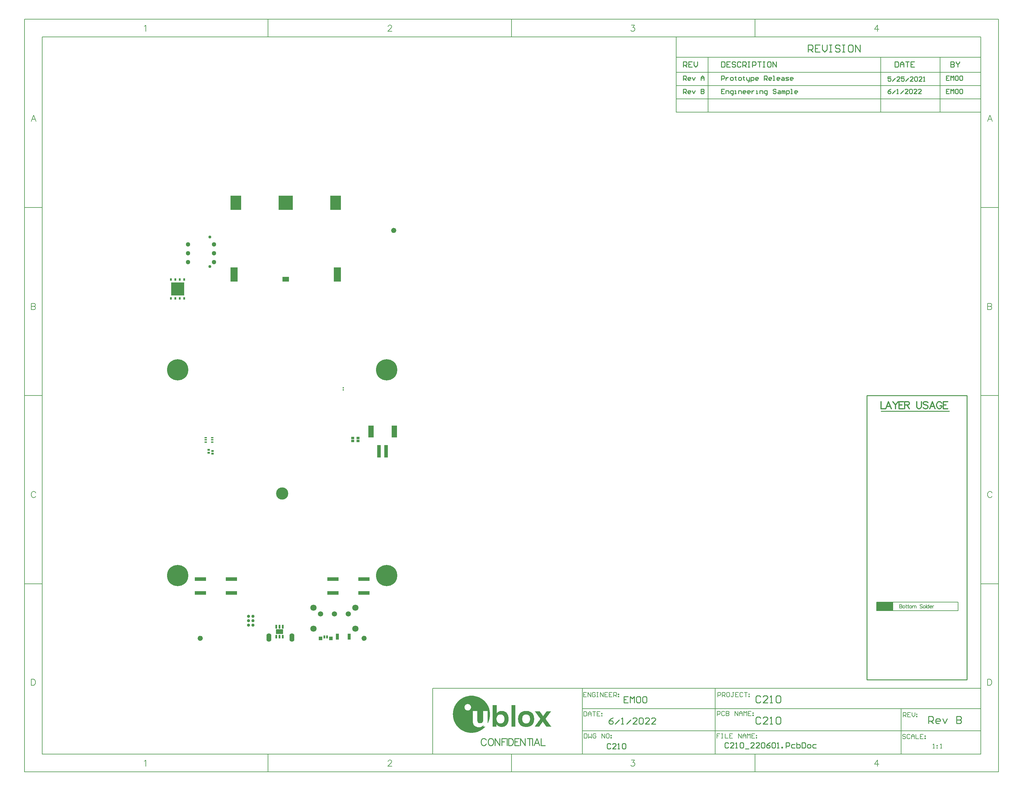
<source format=gbs>
G04*
G04 #@! TF.GenerationSoftware,Altium Limited,Altium Designer,22.4.2 (48)*
G04*
G04 Layer_Color=16711935*
%FSLAX44Y44*%
%MOMM*%
G71*
G04*
G04 #@! TF.SameCoordinates,7F116A4F-7056-4AC6-B487-C54DEE731D19*
G04*
G04*
G04 #@! TF.FilePolarity,Negative*
G04*
G01*
G75*
%ADD10C,0.1270*%
%ADD11C,0.2000*%
%ADD13C,0.2540*%
%ADD25R,4.8260X2.4130*%
%ADD26C,0.2997*%
%ADD27C,0.1778*%
%ADD31R,0.4000X0.4000*%
%ADD121C,0.7500*%
%ADD136C,0.5400*%
%ADD137C,1.3000*%
%ADD138C,0.9000*%
%ADD153R,0.6500X0.6200*%
%ADD213R,0.9500X0.7500*%
%ADD220C,1.1000*%
%ADD221O,1.4000X2.4000*%
%ADD222C,0.1000*%
%ADD223C,0.8500*%
%ADD224C,1.5000*%
%ADD225C,1.8000*%
%ADD226C,3.5000*%
%ADD285R,3.2000X1.1000*%
%ADD286R,1.6000X3.5000*%
%ADD287R,1.1000X3.6000*%
%ADD288R,1.9500X1.4000*%
%ADD289R,2.1000X4.1000*%
%ADD290R,3.1000X4.1000*%
%ADD291R,4.1000X4.1000*%
%ADD292R,3.8000X3.7000*%
%ADD293R,0.6000X0.7500*%
G04:AMPARAMS|DCode=294|XSize=0.4mm|YSize=0.75mm|CornerRadius=0.065mm|HoleSize=0mm|Usage=FLASHONLY|Rotation=90.000|XOffset=0mm|YOffset=0mm|HoleType=Round|Shape=RoundedRectangle|*
%AMROUNDEDRECTD294*
21,1,0.4000,0.6200,0,0,90.0*
21,1,0.2700,0.7500,0,0,90.0*
1,1,0.1300,0.3100,0.1350*
1,1,0.1300,0.3100,-0.1350*
1,1,0.1300,-0.3100,-0.1350*
1,1,0.1300,-0.3100,0.1350*
%
%ADD294ROUNDEDRECTD294*%
%ADD295R,0.5500X0.9000*%
%ADD296R,1.1000X1.0000*%
%ADD297R,0.9000X1.8000*%
%ADD298R,0.5400X0.8900*%
%ADD299R,2.1000X1.4000*%
%ADD300C,6.1000*%
G36*
X885250Y-150059D02*
X889786D01*
Y-150512D01*
X892507D01*
Y-150966D01*
X894775D01*
Y-151419D01*
X896589D01*
Y-151873D01*
X898403D01*
Y-152327D01*
X899764D01*
Y-152780D01*
X901124D01*
Y-153234D01*
X902485D01*
Y-153687D01*
X903392D01*
Y-154141D01*
X904753D01*
Y-154594D01*
X905660D01*
Y-155048D01*
X906567D01*
Y-155501D01*
X907474D01*
Y-155955D01*
X908381D01*
Y-156409D01*
X909288D01*
Y-156862D01*
X909742D01*
Y-157316D01*
X910649D01*
Y-157769D01*
X911556D01*
Y-158223D01*
X912010D01*
Y-158676D01*
X912917D01*
Y-159130D01*
X913371D01*
Y-159584D01*
X914278D01*
Y-160037D01*
X914731D01*
Y-160491D01*
X915185D01*
Y-160944D01*
X916092D01*
Y-161398D01*
X916545D01*
Y-161851D01*
X916999D01*
Y-162305D01*
X917452D01*
Y-162758D01*
X918360D01*
Y-163212D01*
X918813D01*
Y-163666D01*
X919267D01*
Y-164119D01*
X919720D01*
Y-164573D01*
X920174D01*
Y-165026D01*
X920627D01*
Y-165480D01*
X921081D01*
Y-165933D01*
X921535D01*
Y-166387D01*
X921988D01*
Y-166840D01*
X922442D01*
Y-167294D01*
X922895D01*
Y-167747D01*
X923349D01*
Y-168201D01*
Y-168655D01*
X923802D01*
Y-169108D01*
X924256D01*
Y-169562D01*
X924709D01*
Y-170015D01*
X925163D01*
Y-170469D01*
Y-170922D01*
X925617D01*
Y-171376D01*
X926070D01*
Y-171830D01*
X926524D01*
Y-172283D01*
Y-172737D01*
X926977D01*
Y-173190D01*
X927431D01*
Y-173644D01*
Y-174097D01*
X927884D01*
Y-174551D01*
X928338D01*
Y-175004D01*
Y-175458D01*
X928791D01*
Y-175912D01*
X929245D01*
Y-176365D01*
Y-176819D01*
X929698D01*
Y-177272D01*
Y-177726D01*
X930152D01*
Y-178179D01*
Y-178633D01*
X930606D01*
Y-179086D01*
Y-179540D01*
X931059D01*
Y-179993D01*
Y-180447D01*
X931513D01*
Y-180901D01*
Y-181354D01*
X931966D01*
Y-181808D01*
Y-182261D01*
X932420D01*
Y-182715D01*
Y-183168D01*
Y-183622D01*
X932873D01*
Y-184076D01*
Y-184529D01*
X933327D01*
Y-184983D01*
Y-185436D01*
Y-185890D01*
X933781D01*
Y-186343D01*
Y-186797D01*
Y-187250D01*
X934234D01*
Y-187704D01*
Y-188158D01*
Y-188611D01*
Y-189065D01*
X934688D01*
Y-189518D01*
Y-189972D01*
Y-190425D01*
Y-190879D01*
X935141D01*
Y-191332D01*
Y-191786D01*
Y-192240D01*
Y-192693D01*
X935595D01*
Y-193147D01*
Y-193600D01*
Y-194054D01*
Y-194507D01*
Y-194961D01*
Y-195414D01*
Y-195868D01*
X936048D01*
Y-196322D01*
Y-196775D01*
Y-197229D01*
Y-197682D01*
Y-198136D01*
Y-198589D01*
Y-199043D01*
Y-199496D01*
Y-199950D01*
Y-200404D01*
Y-200857D01*
X936502D01*
Y-201311D01*
Y-201764D01*
Y-202218D01*
Y-202671D01*
Y-203125D01*
Y-203578D01*
Y-204032D01*
Y-204486D01*
Y-204939D01*
Y-205393D01*
X936048D01*
Y-205846D01*
Y-206300D01*
Y-206753D01*
Y-207207D01*
Y-207661D01*
Y-208114D01*
Y-208568D01*
Y-209021D01*
Y-209475D01*
Y-209928D01*
Y-210382D01*
X935595D01*
Y-210835D01*
Y-211289D01*
Y-211742D01*
Y-212196D01*
Y-212650D01*
Y-213103D01*
X935141D01*
Y-213557D01*
Y-214010D01*
Y-214464D01*
Y-214917D01*
Y-215371D01*
X934688D01*
Y-215825D01*
Y-216278D01*
Y-216732D01*
Y-217185D01*
X934234D01*
Y-217639D01*
Y-218092D01*
Y-218546D01*
Y-218999D01*
X933781D01*
Y-219453D01*
Y-219907D01*
Y-220360D01*
X933327D01*
Y-220814D01*
Y-221267D01*
X932873D01*
Y-221721D01*
Y-222174D01*
Y-222628D01*
X932420D01*
Y-223081D01*
Y-223535D01*
X931966D01*
Y-223988D01*
Y-224442D01*
Y-224896D01*
X931513D01*
Y-225349D01*
Y-225803D01*
X931059D01*
Y-226256D01*
Y-226710D01*
X930606D01*
Y-227163D01*
Y-227617D01*
X930152D01*
Y-228071D01*
Y-228524D01*
X929698D01*
Y-228071D01*
Y-227617D01*
Y-227163D01*
Y-226710D01*
Y-226256D01*
Y-225803D01*
Y-225349D01*
Y-224896D01*
Y-224442D01*
Y-223988D01*
Y-223535D01*
Y-223081D01*
Y-222628D01*
Y-222174D01*
Y-221721D01*
Y-221267D01*
Y-220814D01*
Y-220360D01*
Y-219907D01*
Y-219453D01*
Y-218999D01*
Y-218546D01*
Y-218092D01*
Y-217639D01*
Y-217185D01*
Y-216732D01*
Y-216278D01*
Y-215825D01*
Y-215371D01*
Y-214917D01*
Y-214464D01*
Y-214010D01*
Y-213557D01*
Y-213103D01*
Y-212650D01*
Y-212196D01*
Y-211742D01*
Y-211289D01*
Y-210835D01*
Y-210382D01*
Y-209928D01*
Y-209475D01*
Y-209021D01*
Y-208568D01*
Y-208114D01*
Y-207661D01*
Y-207207D01*
Y-206753D01*
Y-206300D01*
Y-205846D01*
Y-205393D01*
Y-204939D01*
Y-204486D01*
Y-204032D01*
Y-203578D01*
Y-203125D01*
Y-202671D01*
Y-202218D01*
Y-201764D01*
Y-201311D01*
Y-200857D01*
Y-200404D01*
Y-199950D01*
Y-199496D01*
Y-199043D01*
Y-198589D01*
Y-198136D01*
Y-197682D01*
Y-197229D01*
Y-196775D01*
Y-196322D01*
Y-195868D01*
Y-195414D01*
Y-194961D01*
Y-194507D01*
Y-194054D01*
X916999D01*
Y-194507D01*
Y-194961D01*
Y-195414D01*
Y-195868D01*
Y-196322D01*
Y-196775D01*
Y-197229D01*
Y-197682D01*
Y-198136D01*
Y-198589D01*
Y-199043D01*
Y-199496D01*
Y-199950D01*
Y-200404D01*
Y-200857D01*
Y-201311D01*
Y-201764D01*
Y-202218D01*
Y-202671D01*
Y-203125D01*
Y-203578D01*
Y-204032D01*
Y-204486D01*
Y-204939D01*
Y-205393D01*
Y-205846D01*
Y-206300D01*
Y-206753D01*
Y-207207D01*
Y-207661D01*
Y-208114D01*
Y-208568D01*
Y-209021D01*
Y-209475D01*
Y-209928D01*
Y-210382D01*
Y-210835D01*
Y-211289D01*
Y-211742D01*
Y-212196D01*
Y-212650D01*
Y-213103D01*
Y-213557D01*
Y-214010D01*
Y-214464D01*
Y-214917D01*
Y-215371D01*
Y-215825D01*
Y-216278D01*
Y-216732D01*
Y-217185D01*
Y-217639D01*
Y-218092D01*
Y-218546D01*
Y-218999D01*
Y-219453D01*
Y-219907D01*
Y-220360D01*
Y-220814D01*
Y-221267D01*
Y-221721D01*
X916545D01*
Y-222174D01*
Y-222628D01*
Y-223081D01*
Y-223535D01*
X916092D01*
Y-223988D01*
Y-224442D01*
X915638D01*
Y-224896D01*
Y-225349D01*
X915185D01*
Y-225803D01*
X914731D01*
Y-226256D01*
X914278D01*
Y-226710D01*
X913824D01*
Y-227163D01*
X913371D01*
Y-227617D01*
X912463D01*
Y-228071D01*
X911103D01*
Y-228524D01*
X904753D01*
Y-228071D01*
X903392D01*
Y-227617D01*
X902485D01*
Y-227163D01*
X902032D01*
Y-226710D01*
X901578D01*
Y-226256D01*
X901124D01*
Y-225803D01*
Y-225349D01*
X900671D01*
Y-224896D01*
Y-224442D01*
X900217D01*
Y-223988D01*
Y-223535D01*
Y-223081D01*
Y-222628D01*
X899764D01*
Y-222174D01*
Y-221721D01*
Y-221267D01*
Y-220814D01*
Y-220360D01*
Y-219907D01*
Y-219453D01*
Y-218999D01*
Y-218546D01*
Y-218092D01*
Y-217639D01*
Y-217185D01*
Y-216732D01*
Y-216278D01*
Y-215825D01*
Y-215371D01*
Y-214917D01*
Y-214464D01*
Y-214010D01*
Y-213557D01*
Y-213103D01*
Y-212650D01*
Y-212196D01*
Y-211742D01*
Y-211289D01*
Y-210835D01*
Y-210382D01*
Y-209928D01*
Y-209475D01*
Y-209021D01*
Y-208568D01*
Y-208114D01*
Y-207661D01*
Y-207207D01*
Y-206753D01*
Y-206300D01*
Y-205846D01*
Y-205393D01*
Y-204939D01*
Y-204486D01*
Y-204032D01*
Y-203578D01*
Y-203125D01*
Y-202671D01*
Y-202218D01*
Y-201764D01*
Y-201311D01*
Y-200857D01*
Y-200404D01*
Y-199950D01*
Y-199496D01*
Y-199043D01*
Y-198589D01*
Y-198136D01*
Y-197682D01*
Y-197229D01*
Y-196775D01*
Y-196322D01*
Y-195868D01*
Y-195414D01*
Y-194961D01*
Y-194507D01*
Y-194054D01*
X887064D01*
Y-194507D01*
Y-194961D01*
Y-195414D01*
Y-195868D01*
Y-196322D01*
Y-196775D01*
Y-197229D01*
Y-197682D01*
Y-198136D01*
Y-198589D01*
Y-199043D01*
Y-199496D01*
Y-199950D01*
Y-200404D01*
Y-200857D01*
Y-201311D01*
Y-201764D01*
Y-202218D01*
Y-202671D01*
Y-203125D01*
Y-203578D01*
Y-204032D01*
Y-204486D01*
Y-204939D01*
Y-205393D01*
Y-205846D01*
Y-206300D01*
Y-206753D01*
Y-207207D01*
Y-207661D01*
Y-208114D01*
Y-208568D01*
Y-209021D01*
Y-209475D01*
Y-209928D01*
Y-210382D01*
Y-210835D01*
Y-211289D01*
Y-211742D01*
Y-212196D01*
Y-212650D01*
Y-213103D01*
Y-213557D01*
Y-214010D01*
Y-214464D01*
Y-214917D01*
Y-215371D01*
Y-215825D01*
Y-216278D01*
Y-216732D01*
Y-217185D01*
Y-217639D01*
Y-218092D01*
Y-218546D01*
Y-218999D01*
Y-219453D01*
Y-219907D01*
Y-220360D01*
Y-220814D01*
Y-221267D01*
Y-221721D01*
Y-222174D01*
Y-222628D01*
Y-223081D01*
Y-223535D01*
Y-223988D01*
Y-224442D01*
Y-224896D01*
Y-225349D01*
Y-225803D01*
Y-226256D01*
Y-226710D01*
Y-227163D01*
X887518D01*
Y-227617D01*
Y-228071D01*
Y-228524D01*
Y-228978D01*
X887971D01*
Y-229431D01*
Y-229885D01*
Y-230338D01*
X888425D01*
Y-230792D01*
Y-231245D01*
Y-231699D01*
X888878D01*
Y-232153D01*
Y-232606D01*
X889332D01*
Y-233060D01*
X889786D01*
Y-233513D01*
Y-233967D01*
X890239D01*
Y-234420D01*
X890693D01*
Y-234874D01*
X891146D01*
Y-235327D01*
X891600D01*
Y-235781D01*
X892053D01*
Y-236234D01*
X892507D01*
Y-236688D01*
X893414D01*
Y-237142D01*
X893868D01*
Y-237595D01*
X894775D01*
Y-238049D01*
X895682D01*
Y-238502D01*
X896589D01*
Y-238956D01*
X897950D01*
Y-239409D01*
X899764D01*
Y-239863D01*
X908835D01*
Y-239409D01*
X910649D01*
Y-238956D01*
X911556D01*
Y-238502D01*
X912917D01*
Y-238049D01*
X913371D01*
Y-237595D01*
X914278D01*
Y-237142D01*
X914731D01*
Y-236688D01*
X915185D01*
Y-236234D01*
X916092D01*
Y-235781D01*
X916545D01*
Y-235327D01*
X916999D01*
Y-234874D01*
Y-234420D01*
X917452D01*
Y-234874D01*
Y-235327D01*
Y-235781D01*
Y-236234D01*
Y-236688D01*
Y-237142D01*
Y-237595D01*
Y-238049D01*
Y-238502D01*
Y-238956D01*
X922442D01*
Y-239409D01*
X921988D01*
Y-239863D01*
X921535D01*
Y-240317D01*
X921081D01*
Y-240770D01*
X920627D01*
Y-241224D01*
X920174D01*
Y-241677D01*
X919720D01*
Y-242131D01*
X919267D01*
Y-242584D01*
X918813D01*
Y-243038D01*
X917906D01*
Y-243491D01*
X917452D01*
Y-243945D01*
X916999D01*
Y-244398D01*
X916545D01*
Y-244852D01*
X915638D01*
Y-245306D01*
X915185D01*
Y-245759D01*
X914731D01*
Y-246213D01*
X913824D01*
Y-246666D01*
X913371D01*
Y-247120D01*
X912463D01*
Y-247573D01*
X912010D01*
Y-248027D01*
X911103D01*
Y-248480D01*
X910649D01*
Y-248934D01*
X909742D01*
Y-249388D01*
X908835D01*
Y-249841D01*
X907928D01*
Y-250295D01*
X907474D01*
Y-250748D01*
X906567D01*
Y-251202D01*
X905206D01*
Y-251655D01*
X904299D01*
Y-252109D01*
X903392D01*
Y-252563D01*
X902032D01*
Y-253016D01*
X901124D01*
Y-253470D01*
X899764D01*
Y-253923D01*
X897950D01*
Y-254377D01*
X896589D01*
Y-254830D01*
X894775D01*
Y-255284D01*
X892053D01*
Y-255737D01*
X888878D01*
Y-256191D01*
X877086D01*
Y-255737D01*
X873911D01*
Y-255284D01*
X871643D01*
Y-254830D01*
X869829D01*
Y-254377D01*
X868015D01*
Y-253923D01*
X866654D01*
Y-253470D01*
X865294D01*
Y-253016D01*
X863933D01*
Y-252563D01*
X863026D01*
Y-252109D01*
X861665D01*
Y-251655D01*
X860758D01*
Y-251202D01*
X859851D01*
Y-250748D01*
X858944D01*
Y-250295D01*
X858037D01*
Y-249841D01*
X857130D01*
Y-249388D01*
X856222D01*
Y-248934D01*
X855769D01*
Y-248480D01*
X854862D01*
Y-248027D01*
X853955D01*
Y-247573D01*
X853501D01*
Y-247120D01*
X852594D01*
Y-246666D01*
X852140D01*
Y-246213D01*
X851687D01*
Y-245759D01*
X850780D01*
Y-245306D01*
X850326D01*
Y-244852D01*
X849873D01*
Y-244398D01*
X848966D01*
Y-243945D01*
X848512D01*
Y-243491D01*
X848058D01*
Y-243038D01*
X847605D01*
Y-242584D01*
X847151D01*
Y-242131D01*
X846698D01*
Y-241677D01*
X846244D01*
Y-241224D01*
X845791D01*
Y-240770D01*
X845337D01*
Y-240317D01*
X844883D01*
Y-239863D01*
X844430D01*
Y-239409D01*
X843976D01*
Y-238956D01*
X843523D01*
Y-238502D01*
X843069D01*
Y-238049D01*
X842616D01*
Y-237595D01*
X842162D01*
Y-237142D01*
X841709D01*
Y-236688D01*
Y-236234D01*
X841255D01*
Y-235781D01*
X840801D01*
Y-235327D01*
X840348D01*
Y-234874D01*
X839894D01*
Y-234420D01*
Y-233967D01*
X839441D01*
Y-233513D01*
X838987D01*
Y-233060D01*
Y-232606D01*
X838534D01*
Y-232153D01*
X838080D01*
Y-231699D01*
Y-231245D01*
X837627D01*
Y-230792D01*
X837173D01*
Y-230338D01*
Y-229885D01*
X836720D01*
Y-229431D01*
Y-228978D01*
X836266D01*
Y-228524D01*
Y-228071D01*
X835812D01*
Y-227617D01*
Y-227163D01*
X835359D01*
Y-226710D01*
Y-226256D01*
X834905D01*
Y-225803D01*
Y-225349D01*
X834452D01*
Y-224896D01*
Y-224442D01*
X833998D01*
Y-223988D01*
Y-223535D01*
X833545D01*
Y-223081D01*
Y-222628D01*
Y-222174D01*
X833091D01*
Y-221721D01*
Y-221267D01*
Y-220814D01*
X832637D01*
Y-220360D01*
Y-219907D01*
X832184D01*
Y-219453D01*
Y-218999D01*
Y-218546D01*
Y-218092D01*
X831730D01*
Y-217639D01*
Y-217185D01*
Y-216732D01*
X831277D01*
Y-216278D01*
Y-215825D01*
Y-215371D01*
Y-214917D01*
X830823D01*
Y-214464D01*
Y-214010D01*
Y-213557D01*
Y-213103D01*
Y-212650D01*
X830370D01*
Y-212196D01*
Y-211742D01*
Y-211289D01*
Y-210835D01*
Y-210382D01*
Y-209928D01*
Y-209475D01*
X829916D01*
Y-209021D01*
Y-208568D01*
Y-208114D01*
Y-207661D01*
Y-207207D01*
Y-206753D01*
Y-206300D01*
Y-205846D01*
Y-205393D01*
Y-204939D01*
X829463D01*
Y-204486D01*
Y-204032D01*
Y-203578D01*
Y-203125D01*
Y-202671D01*
Y-202218D01*
Y-201764D01*
Y-201311D01*
Y-200857D01*
X829916D01*
Y-200404D01*
Y-199950D01*
Y-199496D01*
Y-199043D01*
Y-198589D01*
Y-198136D01*
Y-197682D01*
Y-197229D01*
Y-196775D01*
X830370D01*
Y-196322D01*
Y-195868D01*
Y-195414D01*
Y-194961D01*
Y-194507D01*
Y-194054D01*
Y-193600D01*
X830823D01*
Y-193147D01*
Y-192693D01*
Y-192240D01*
Y-191786D01*
Y-191332D01*
X831277D01*
Y-190879D01*
Y-190425D01*
Y-189972D01*
Y-189518D01*
X831730D01*
Y-189065D01*
Y-188611D01*
Y-188158D01*
Y-187704D01*
X832184D01*
Y-187250D01*
Y-186797D01*
Y-186343D01*
X832637D01*
Y-185890D01*
Y-185436D01*
Y-184983D01*
X833091D01*
Y-184529D01*
Y-184076D01*
X833545D01*
Y-183622D01*
Y-183168D01*
Y-182715D01*
X833998D01*
Y-182261D01*
Y-181808D01*
X834452D01*
Y-181354D01*
Y-180901D01*
Y-180447D01*
X834905D01*
Y-179993D01*
Y-179540D01*
X835359D01*
Y-179086D01*
Y-178633D01*
X835812D01*
Y-178179D01*
Y-177726D01*
X836266D01*
Y-177272D01*
X836720D01*
Y-176819D01*
Y-176365D01*
X837173D01*
Y-175912D01*
Y-175458D01*
X837627D01*
Y-175004D01*
X838080D01*
Y-174551D01*
Y-174097D01*
X838534D01*
Y-173644D01*
X838987D01*
Y-173190D01*
Y-172737D01*
X839441D01*
Y-172283D01*
X839894D01*
Y-171830D01*
Y-171376D01*
X840348D01*
Y-170922D01*
X840801D01*
Y-170469D01*
X841255D01*
Y-170015D01*
Y-169562D01*
X841709D01*
Y-169108D01*
X842162D01*
Y-168655D01*
X842616D01*
Y-168201D01*
X843069D01*
Y-167747D01*
X843523D01*
Y-167294D01*
X843976D01*
Y-166840D01*
X844430D01*
Y-166387D01*
Y-165933D01*
X844883D01*
Y-165480D01*
X845337D01*
Y-165026D01*
X845791D01*
Y-164573D01*
X846698D01*
Y-164119D01*
X847151D01*
Y-163666D01*
X847605D01*
Y-163212D01*
X848058D01*
Y-162758D01*
X848512D01*
Y-162305D01*
X848966D01*
Y-161851D01*
X849419D01*
Y-161398D01*
X850326D01*
Y-160944D01*
X850780D01*
Y-160491D01*
X851233D01*
Y-160037D01*
X852140D01*
Y-159584D01*
X852594D01*
Y-159130D01*
X853501D01*
Y-158676D01*
X853955D01*
Y-158223D01*
X854862D01*
Y-157769D01*
X855315D01*
Y-157316D01*
X856222D01*
Y-156862D01*
X857130D01*
Y-156409D01*
X857583D01*
Y-155955D01*
X858944D01*
Y-155501D01*
X859851D01*
Y-155048D01*
X860758D01*
Y-154594D01*
X861665D01*
Y-154141D01*
X862572D01*
Y-153687D01*
X863933D01*
Y-153234D01*
X864840D01*
Y-152780D01*
X866201D01*
Y-152327D01*
X867561D01*
Y-151873D01*
X869376D01*
Y-151419D01*
X871190D01*
Y-150966D01*
X873457D01*
Y-150512D01*
X876632D01*
Y-150059D01*
X881168D01*
Y-149605D01*
X885250D01*
Y-150059D01*
D02*
G37*
G36*
X955551Y-177272D02*
Y-177726D01*
Y-178179D01*
Y-178633D01*
Y-179086D01*
Y-179540D01*
Y-179993D01*
Y-180447D01*
Y-180901D01*
Y-181354D01*
Y-181808D01*
Y-182261D01*
Y-182715D01*
Y-183168D01*
Y-183622D01*
Y-184076D01*
Y-184529D01*
Y-184983D01*
Y-185436D01*
Y-185890D01*
Y-186343D01*
Y-186797D01*
Y-187250D01*
Y-187704D01*
Y-188158D01*
Y-188611D01*
Y-189065D01*
Y-189518D01*
Y-189972D01*
Y-190425D01*
Y-190879D01*
Y-191332D01*
Y-191786D01*
Y-192240D01*
Y-192693D01*
Y-193147D01*
Y-193600D01*
Y-194054D01*
Y-194507D01*
Y-194961D01*
Y-195414D01*
Y-195868D01*
Y-196322D01*
Y-196775D01*
Y-197229D01*
Y-197682D01*
Y-198136D01*
Y-198589D01*
Y-199043D01*
Y-199496D01*
X956458D01*
Y-199043D01*
X956912D01*
Y-198589D01*
X957365D01*
Y-198136D01*
X957819D01*
Y-197682D01*
X958272D01*
Y-197229D01*
X958726D01*
Y-196775D01*
X959180D01*
Y-196322D01*
X960087D01*
Y-195868D01*
X960540D01*
Y-195414D01*
X961447D01*
Y-194961D01*
X962355D01*
Y-194507D01*
X963715D01*
Y-194054D01*
X965529D01*
Y-193600D01*
X974147D01*
Y-194054D01*
X975961D01*
Y-194507D01*
X977322D01*
Y-194961D01*
X978682D01*
Y-195414D01*
X979590D01*
Y-195868D01*
X980043D01*
Y-196322D01*
X980950D01*
Y-196775D01*
X981404D01*
Y-197229D01*
X982311D01*
Y-197682D01*
X982765D01*
Y-198136D01*
X983218D01*
Y-198589D01*
X983672D01*
Y-199043D01*
X984125D01*
Y-199496D01*
X984579D01*
Y-199950D01*
Y-200404D01*
X985032D01*
Y-200857D01*
X985486D01*
Y-201311D01*
X985939D01*
Y-201764D01*
Y-202218D01*
X986393D01*
Y-202671D01*
Y-203125D01*
X986846D01*
Y-203578D01*
Y-204032D01*
X987300D01*
Y-204486D01*
Y-204939D01*
X987754D01*
Y-205393D01*
Y-205846D01*
Y-206300D01*
X988207D01*
Y-206753D01*
Y-207207D01*
Y-207661D01*
Y-208114D01*
X988661D01*
Y-208568D01*
Y-209021D01*
Y-209475D01*
Y-209928D01*
Y-210382D01*
X989114D01*
Y-210835D01*
Y-211289D01*
Y-211742D01*
Y-212196D01*
Y-212650D01*
Y-213103D01*
Y-213557D01*
Y-214010D01*
Y-214464D01*
X989568D01*
Y-214917D01*
X989114D01*
Y-215371D01*
Y-215825D01*
Y-216278D01*
Y-216732D01*
Y-217185D01*
Y-217639D01*
Y-218092D01*
Y-218546D01*
Y-218999D01*
Y-219453D01*
Y-219907D01*
Y-220360D01*
Y-220814D01*
Y-221267D01*
Y-221721D01*
Y-222174D01*
Y-222628D01*
X988661D01*
Y-223081D01*
Y-223535D01*
Y-223988D01*
Y-224442D01*
Y-224896D01*
X988207D01*
Y-225349D01*
Y-225803D01*
Y-226256D01*
X987754D01*
Y-226710D01*
Y-227163D01*
Y-227617D01*
X987300D01*
Y-228071D01*
Y-228524D01*
Y-228978D01*
X986846D01*
Y-229431D01*
Y-229885D01*
X986393D01*
Y-230338D01*
Y-230792D01*
X985939D01*
Y-231245D01*
X985486D01*
Y-231699D01*
Y-232153D01*
X985032D01*
Y-232606D01*
X984579D01*
Y-233060D01*
X984125D01*
Y-233513D01*
X983672D01*
Y-233967D01*
Y-234420D01*
X982765D01*
Y-234874D01*
X982311D01*
Y-235327D01*
X981857D01*
Y-235781D01*
X981404D01*
Y-236234D01*
X980497D01*
Y-236688D01*
X980043D01*
Y-237142D01*
X979136D01*
Y-237595D01*
X978229D01*
Y-238049D01*
X977322D01*
Y-238502D01*
X975961D01*
Y-238956D01*
X973693D01*
Y-239409D01*
X965983D01*
Y-238956D01*
X963715D01*
Y-238502D01*
X962808D01*
Y-238049D01*
X961447D01*
Y-237595D01*
X960994D01*
Y-237142D01*
X960087D01*
Y-236688D01*
X959633D01*
Y-236234D01*
X958726D01*
Y-235781D01*
X958272D01*
Y-235327D01*
X957819D01*
Y-234874D01*
X957365D01*
Y-234420D01*
X956912D01*
Y-233967D01*
X956458D01*
Y-233513D01*
X956005D01*
Y-233060D01*
Y-232606D01*
X955098D01*
Y-233060D01*
Y-233513D01*
Y-233967D01*
Y-234420D01*
Y-234874D01*
Y-235327D01*
Y-235781D01*
Y-236234D01*
Y-236688D01*
Y-237142D01*
Y-237595D01*
Y-238049D01*
Y-238502D01*
X943759D01*
Y-238049D01*
Y-237595D01*
Y-237142D01*
Y-236688D01*
Y-236234D01*
Y-235781D01*
Y-235327D01*
Y-234874D01*
Y-234420D01*
Y-233967D01*
Y-233513D01*
Y-233060D01*
Y-232606D01*
Y-232153D01*
Y-231699D01*
Y-231245D01*
Y-230792D01*
Y-230338D01*
Y-229885D01*
Y-229431D01*
Y-228978D01*
Y-228524D01*
Y-228071D01*
Y-227617D01*
Y-227163D01*
Y-226710D01*
Y-226256D01*
Y-225803D01*
Y-225349D01*
Y-224896D01*
Y-224442D01*
Y-223988D01*
Y-223535D01*
Y-223081D01*
Y-222628D01*
Y-222174D01*
Y-221721D01*
Y-221267D01*
Y-220814D01*
Y-220360D01*
Y-219907D01*
Y-219453D01*
Y-218999D01*
Y-218546D01*
Y-218092D01*
Y-217639D01*
Y-217185D01*
Y-216732D01*
Y-216278D01*
Y-215825D01*
Y-215371D01*
Y-214917D01*
Y-214464D01*
Y-214010D01*
Y-213557D01*
Y-213103D01*
Y-212650D01*
Y-212196D01*
Y-211742D01*
Y-211289D01*
Y-210835D01*
Y-210382D01*
Y-209928D01*
Y-209475D01*
Y-209021D01*
Y-208568D01*
Y-208114D01*
Y-207661D01*
Y-207207D01*
Y-206753D01*
Y-206300D01*
Y-205846D01*
Y-205393D01*
Y-204939D01*
Y-204486D01*
Y-204032D01*
Y-203578D01*
Y-203125D01*
Y-202671D01*
Y-202218D01*
Y-201764D01*
Y-201311D01*
Y-200857D01*
Y-200404D01*
Y-199950D01*
Y-199496D01*
Y-199043D01*
Y-198589D01*
Y-198136D01*
Y-197682D01*
Y-197229D01*
Y-196775D01*
Y-196322D01*
Y-195868D01*
Y-195414D01*
Y-194961D01*
Y-194507D01*
Y-194054D01*
Y-193600D01*
Y-193147D01*
Y-192693D01*
Y-192240D01*
Y-191786D01*
Y-191332D01*
Y-190879D01*
Y-190425D01*
Y-189972D01*
Y-189518D01*
Y-189065D01*
Y-188611D01*
Y-188158D01*
Y-187704D01*
Y-187250D01*
Y-186797D01*
Y-186343D01*
Y-185890D01*
Y-185436D01*
Y-184983D01*
Y-184529D01*
Y-184076D01*
Y-183622D01*
Y-183168D01*
Y-182715D01*
Y-182261D01*
Y-181808D01*
Y-181354D01*
Y-180901D01*
Y-180447D01*
Y-179993D01*
Y-179540D01*
Y-179086D01*
Y-178633D01*
Y-178179D01*
Y-177726D01*
Y-177272D01*
Y-176819D01*
X955551D01*
Y-177272D01*
D02*
G37*
G36*
X1009071D02*
Y-177726D01*
Y-178179D01*
Y-178633D01*
Y-179086D01*
Y-179540D01*
Y-179993D01*
Y-180447D01*
Y-180901D01*
Y-181354D01*
Y-181808D01*
Y-182261D01*
Y-182715D01*
Y-183168D01*
Y-183622D01*
Y-184076D01*
Y-184529D01*
Y-184983D01*
Y-185436D01*
Y-185890D01*
Y-186343D01*
Y-186797D01*
Y-187250D01*
Y-187704D01*
Y-188158D01*
Y-188611D01*
Y-189065D01*
Y-189518D01*
Y-189972D01*
Y-190425D01*
Y-190879D01*
Y-191332D01*
Y-191786D01*
Y-192240D01*
Y-192693D01*
Y-193147D01*
Y-193600D01*
Y-194054D01*
Y-194507D01*
Y-194961D01*
Y-195414D01*
Y-195868D01*
Y-196322D01*
Y-196775D01*
Y-197229D01*
Y-197682D01*
Y-198136D01*
Y-198589D01*
Y-199043D01*
Y-199496D01*
Y-199950D01*
Y-200404D01*
Y-200857D01*
Y-201311D01*
Y-201764D01*
Y-202218D01*
Y-202671D01*
Y-203125D01*
Y-203578D01*
Y-204032D01*
Y-204486D01*
Y-204939D01*
Y-205393D01*
Y-205846D01*
Y-206300D01*
Y-206753D01*
Y-207207D01*
Y-207661D01*
Y-208114D01*
Y-208568D01*
Y-209021D01*
Y-209475D01*
Y-209928D01*
Y-210382D01*
Y-210835D01*
Y-211289D01*
Y-211742D01*
Y-212196D01*
Y-212650D01*
Y-213103D01*
Y-213557D01*
Y-214010D01*
Y-214464D01*
Y-214917D01*
Y-215371D01*
Y-215825D01*
Y-216278D01*
Y-216732D01*
Y-217185D01*
Y-217639D01*
Y-218092D01*
Y-218546D01*
Y-218999D01*
Y-219453D01*
Y-219907D01*
Y-220360D01*
Y-220814D01*
Y-221267D01*
Y-221721D01*
Y-222174D01*
Y-222628D01*
Y-223081D01*
Y-223535D01*
Y-223988D01*
Y-224442D01*
Y-224896D01*
Y-225349D01*
Y-225803D01*
Y-226256D01*
Y-226710D01*
Y-227163D01*
Y-227617D01*
Y-228071D01*
Y-228524D01*
Y-228978D01*
Y-229431D01*
Y-229885D01*
Y-230338D01*
Y-230792D01*
Y-231245D01*
Y-231699D01*
Y-232153D01*
Y-232606D01*
Y-233060D01*
Y-233513D01*
Y-233967D01*
Y-234420D01*
Y-234874D01*
Y-235327D01*
Y-235781D01*
Y-236234D01*
Y-236688D01*
Y-237142D01*
Y-237595D01*
Y-238049D01*
Y-238502D01*
X997732D01*
Y-238049D01*
Y-237595D01*
Y-237142D01*
Y-236688D01*
Y-236234D01*
Y-235781D01*
Y-235327D01*
Y-234874D01*
Y-234420D01*
Y-233967D01*
Y-233513D01*
Y-233060D01*
Y-232606D01*
Y-232153D01*
Y-231699D01*
Y-231245D01*
Y-230792D01*
Y-230338D01*
Y-229885D01*
Y-229431D01*
Y-228978D01*
Y-228524D01*
Y-228071D01*
Y-227617D01*
Y-227163D01*
Y-226710D01*
Y-226256D01*
Y-225803D01*
Y-225349D01*
Y-224896D01*
Y-224442D01*
Y-223988D01*
Y-223535D01*
Y-223081D01*
Y-222628D01*
Y-222174D01*
Y-221721D01*
Y-221267D01*
Y-220814D01*
Y-220360D01*
Y-219907D01*
Y-219453D01*
Y-218999D01*
Y-218546D01*
Y-218092D01*
Y-217639D01*
Y-217185D01*
Y-216732D01*
Y-216278D01*
Y-215825D01*
Y-215371D01*
Y-214917D01*
Y-214464D01*
Y-214010D01*
Y-213557D01*
Y-213103D01*
Y-212650D01*
Y-212196D01*
Y-211742D01*
Y-211289D01*
Y-210835D01*
Y-210382D01*
Y-209928D01*
Y-209475D01*
Y-209021D01*
Y-208568D01*
Y-208114D01*
Y-207661D01*
Y-207207D01*
Y-206753D01*
Y-206300D01*
Y-205846D01*
Y-205393D01*
Y-204939D01*
Y-204486D01*
Y-204032D01*
Y-203578D01*
Y-203125D01*
Y-202671D01*
Y-202218D01*
Y-201764D01*
Y-201311D01*
Y-200857D01*
Y-200404D01*
Y-199950D01*
Y-199496D01*
Y-199043D01*
Y-198589D01*
Y-198136D01*
Y-197682D01*
Y-197229D01*
Y-196775D01*
Y-196322D01*
Y-195868D01*
Y-195414D01*
Y-194961D01*
Y-194507D01*
Y-194054D01*
Y-193600D01*
Y-193147D01*
Y-192693D01*
Y-192240D01*
Y-191786D01*
Y-191332D01*
Y-190879D01*
Y-190425D01*
Y-189972D01*
Y-189518D01*
Y-189065D01*
Y-188611D01*
Y-188158D01*
Y-187704D01*
Y-187250D01*
Y-186797D01*
Y-186343D01*
Y-185890D01*
Y-185436D01*
Y-184983D01*
Y-184529D01*
Y-184076D01*
Y-183622D01*
Y-183168D01*
Y-182715D01*
Y-182261D01*
Y-181808D01*
Y-181354D01*
Y-180901D01*
Y-180447D01*
Y-179993D01*
Y-179540D01*
Y-179086D01*
Y-178633D01*
Y-178179D01*
Y-177726D01*
Y-177272D01*
Y-176819D01*
X1009071D01*
Y-177272D01*
D02*
G37*
G36*
X1045355Y-194054D02*
X1047623D01*
Y-194507D01*
X1048984D01*
Y-194961D01*
X1050344D01*
Y-195414D01*
X1051252D01*
Y-195868D01*
X1052159D01*
Y-196322D01*
X1053066D01*
Y-196775D01*
X1053973D01*
Y-197229D01*
X1054426D01*
Y-197682D01*
X1055333D01*
Y-198136D01*
X1055787D01*
Y-198589D01*
X1056241D01*
Y-199043D01*
X1056694D01*
Y-199496D01*
X1057148D01*
Y-199950D01*
X1057601D01*
Y-200404D01*
X1058055D01*
Y-200857D01*
X1058508D01*
Y-201311D01*
X1058962D01*
Y-201764D01*
Y-202218D01*
X1059416D01*
Y-202671D01*
X1059869D01*
Y-203125D01*
Y-203578D01*
X1060323D01*
Y-204032D01*
Y-204486D01*
X1060776D01*
Y-204939D01*
Y-205393D01*
X1061230D01*
Y-205846D01*
Y-206300D01*
X1061683D01*
Y-206753D01*
Y-207207D01*
Y-207661D01*
X1062137D01*
Y-208114D01*
Y-208568D01*
Y-209021D01*
Y-209475D01*
Y-209928D01*
X1062590D01*
Y-210382D01*
Y-210835D01*
Y-211289D01*
Y-211742D01*
Y-212196D01*
Y-212650D01*
Y-213103D01*
X1063044D01*
Y-213557D01*
Y-214010D01*
Y-214464D01*
Y-214917D01*
Y-215371D01*
Y-215825D01*
Y-216278D01*
Y-216732D01*
Y-217185D01*
Y-217639D01*
Y-218092D01*
Y-218546D01*
Y-218999D01*
Y-219453D01*
Y-219907D01*
X1062590D01*
Y-220360D01*
Y-220814D01*
Y-221267D01*
Y-221721D01*
Y-222174D01*
Y-222628D01*
Y-223081D01*
X1062137D01*
Y-223535D01*
Y-223988D01*
Y-224442D01*
Y-224896D01*
X1061683D01*
Y-225349D01*
Y-225803D01*
Y-226256D01*
X1061230D01*
Y-226710D01*
Y-227163D01*
Y-227617D01*
X1060776D01*
Y-228071D01*
Y-228524D01*
X1060323D01*
Y-228978D01*
Y-229431D01*
X1059869D01*
Y-229885D01*
Y-230338D01*
X1059416D01*
Y-230792D01*
X1058962D01*
Y-231245D01*
X1058508D01*
Y-231699D01*
Y-232153D01*
X1058055D01*
Y-232606D01*
X1057601D01*
Y-233060D01*
X1057148D01*
Y-233513D01*
X1056694D01*
Y-233967D01*
X1056241D01*
Y-234420D01*
X1055787D01*
Y-234874D01*
X1054880D01*
Y-235327D01*
X1054426D01*
Y-235781D01*
X1053519D01*
Y-236234D01*
X1053066D01*
Y-236688D01*
X1052159D01*
Y-237142D01*
X1051252D01*
Y-237595D01*
X1049891D01*
Y-238049D01*
X1048530D01*
Y-238502D01*
X1047169D01*
Y-238956D01*
X1044902D01*
Y-239409D01*
X1035377D01*
Y-238956D01*
X1032656D01*
Y-238502D01*
X1030841D01*
Y-238049D01*
X1029934D01*
Y-237595D01*
X1028574D01*
Y-237142D01*
X1027667D01*
Y-236688D01*
X1026759D01*
Y-236234D01*
X1026306D01*
Y-235781D01*
X1025399D01*
Y-235327D01*
X1024945D01*
Y-234874D01*
X1024038D01*
Y-234420D01*
X1023585D01*
Y-233967D01*
X1023131D01*
Y-233513D01*
X1022678D01*
Y-233060D01*
X1022224D01*
Y-232606D01*
X1021770D01*
Y-232153D01*
X1021317D01*
Y-231699D01*
Y-231245D01*
X1020863D01*
Y-230792D01*
X1020410D01*
Y-230338D01*
X1019956D01*
Y-229885D01*
Y-229431D01*
X1019503D01*
Y-228978D01*
Y-228524D01*
X1019049D01*
Y-228071D01*
Y-227617D01*
X1018595D01*
Y-227163D01*
Y-226710D01*
Y-226256D01*
X1018142D01*
Y-225803D01*
Y-225349D01*
Y-224896D01*
X1017688D01*
Y-224442D01*
Y-223988D01*
Y-223535D01*
Y-223081D01*
X1017235D01*
Y-222628D01*
Y-222174D01*
Y-221721D01*
Y-221267D01*
Y-220814D01*
Y-220360D01*
Y-219907D01*
Y-219453D01*
X1016781D01*
Y-218999D01*
Y-218546D01*
Y-218092D01*
Y-217639D01*
Y-217185D01*
Y-216732D01*
Y-216278D01*
Y-215825D01*
Y-215371D01*
Y-214917D01*
Y-214464D01*
Y-214010D01*
Y-213557D01*
X1017235D01*
Y-213103D01*
Y-212650D01*
Y-212196D01*
Y-211742D01*
Y-211289D01*
Y-210835D01*
Y-210382D01*
Y-209928D01*
X1017688D01*
Y-209475D01*
Y-209021D01*
Y-208568D01*
Y-208114D01*
X1018142D01*
Y-207661D01*
Y-207207D01*
Y-206753D01*
X1018595D01*
Y-206300D01*
Y-205846D01*
Y-205393D01*
X1019049D01*
Y-204939D01*
Y-204486D01*
X1019503D01*
Y-204032D01*
Y-203578D01*
X1019956D01*
Y-203125D01*
Y-202671D01*
X1020410D01*
Y-202218D01*
X1020863D01*
Y-201764D01*
Y-201311D01*
X1021317D01*
Y-200857D01*
X1021770D01*
Y-200404D01*
X1022224D01*
Y-199950D01*
X1022678D01*
Y-199496D01*
X1023131D01*
Y-199043D01*
X1023585D01*
Y-198589D01*
X1024038D01*
Y-198136D01*
X1024492D01*
Y-197682D01*
X1025399D01*
Y-197229D01*
X1025852D01*
Y-196775D01*
X1026759D01*
Y-196322D01*
X1027667D01*
Y-195868D01*
X1028574D01*
Y-195414D01*
X1029481D01*
Y-194961D01*
X1030841D01*
Y-194507D01*
X1032202D01*
Y-194054D01*
X1034470D01*
Y-193600D01*
X1045355D01*
Y-194054D01*
D02*
G37*
G36*
X1111121Y-194961D02*
X1110667D01*
Y-195414D01*
Y-195868D01*
X1110214D01*
Y-196322D01*
X1109760D01*
Y-196775D01*
X1109307D01*
Y-197229D01*
Y-197682D01*
X1108853D01*
Y-198136D01*
X1108400D01*
Y-198589D01*
Y-199043D01*
X1107946D01*
Y-199496D01*
X1107492D01*
Y-199950D01*
X1107039D01*
Y-200404D01*
Y-200857D01*
X1106585D01*
Y-201311D01*
X1106132D01*
Y-201764D01*
X1105678D01*
Y-202218D01*
Y-202671D01*
X1105225D01*
Y-203125D01*
X1104771D01*
Y-203578D01*
X1104317D01*
Y-204032D01*
Y-204486D01*
X1103864D01*
Y-204939D01*
X1103410D01*
Y-205393D01*
Y-205846D01*
X1102957D01*
Y-206300D01*
X1102503D01*
Y-206753D01*
X1102050D01*
Y-207207D01*
Y-207661D01*
X1101596D01*
Y-208114D01*
X1101143D01*
Y-208568D01*
X1100689D01*
Y-209021D01*
Y-209475D01*
X1100236D01*
Y-209928D01*
X1099782D01*
Y-210382D01*
Y-210835D01*
X1099328D01*
Y-211289D01*
X1098875D01*
Y-211742D01*
X1098421D01*
Y-212196D01*
Y-212650D01*
X1097968D01*
Y-213103D01*
X1097514D01*
Y-213557D01*
X1097061D01*
Y-214010D01*
Y-214464D01*
X1096607D01*
Y-214917D01*
X1096153D01*
Y-215371D01*
X1095700D01*
Y-215825D01*
Y-216278D01*
Y-216732D01*
X1096153D01*
Y-217185D01*
Y-217639D01*
X1096607D01*
Y-218092D01*
X1097061D01*
Y-218546D01*
X1097514D01*
Y-218999D01*
Y-219453D01*
X1097968D01*
Y-219907D01*
X1098421D01*
Y-220360D01*
X1098875D01*
Y-220814D01*
Y-221267D01*
X1099328D01*
Y-221721D01*
X1099782D01*
Y-222174D01*
Y-222628D01*
X1100236D01*
Y-223081D01*
X1100689D01*
Y-223535D01*
X1101143D01*
Y-223988D01*
Y-224442D01*
X1101596D01*
Y-224896D01*
X1102050D01*
Y-225349D01*
X1102503D01*
Y-225803D01*
Y-226256D01*
X1102957D01*
Y-226710D01*
X1103410D01*
Y-227163D01*
X1103864D01*
Y-227617D01*
Y-228071D01*
X1104317D01*
Y-228524D01*
X1104771D01*
Y-228978D01*
X1105225D01*
Y-229431D01*
Y-229885D01*
X1105678D01*
Y-230338D01*
X1106132D01*
Y-230792D01*
X1106585D01*
Y-231245D01*
Y-231699D01*
X1107039D01*
Y-232153D01*
X1107492D01*
Y-232606D01*
X1107946D01*
Y-233060D01*
Y-233513D01*
X1108400D01*
Y-233967D01*
X1108853D01*
Y-234420D01*
Y-234874D01*
X1109307D01*
Y-235327D01*
X1109760D01*
Y-235781D01*
X1110214D01*
Y-236234D01*
Y-236688D01*
X1110667D01*
Y-237142D01*
X1111121D01*
Y-237595D01*
X1111574D01*
Y-238049D01*
X1112028D01*
Y-238502D01*
X1097514D01*
Y-238049D01*
Y-237595D01*
X1097061D01*
Y-237142D01*
X1096607D01*
Y-236688D01*
X1096153D01*
Y-236234D01*
Y-235781D01*
X1095700D01*
Y-235327D01*
X1095246D01*
Y-234874D01*
X1094793D01*
Y-234420D01*
Y-233967D01*
X1094339D01*
Y-233513D01*
X1093886D01*
Y-233060D01*
Y-232606D01*
X1093432D01*
Y-232153D01*
X1092979D01*
Y-231699D01*
X1092525D01*
Y-231245D01*
Y-230792D01*
X1092072D01*
Y-230338D01*
X1091618D01*
Y-229885D01*
X1091164D01*
Y-229431D01*
Y-228978D01*
X1090711D01*
Y-228524D01*
X1090257D01*
Y-228071D01*
Y-227617D01*
X1089804D01*
Y-227163D01*
X1089350D01*
Y-226710D01*
X1088897D01*
Y-226256D01*
Y-225803D01*
X1088443D01*
Y-225349D01*
X1087990D01*
Y-224896D01*
X1087536D01*
Y-224442D01*
X1087082D01*
Y-224896D01*
Y-225349D01*
X1086629D01*
Y-225803D01*
X1086175D01*
Y-226256D01*
X1085722D01*
Y-226710D01*
Y-227163D01*
X1085268D01*
Y-227617D01*
X1084815D01*
Y-228071D01*
Y-228524D01*
X1084361D01*
Y-228978D01*
X1083907D01*
Y-229431D01*
X1083454D01*
Y-229885D01*
Y-230338D01*
X1083000D01*
Y-230792D01*
X1082547D01*
Y-231245D01*
Y-231699D01*
X1082093D01*
Y-232153D01*
X1081640D01*
Y-232606D01*
X1081186D01*
Y-233060D01*
Y-233513D01*
X1080733D01*
Y-233967D01*
X1080279D01*
Y-234420D01*
Y-234874D01*
X1079826D01*
Y-235327D01*
X1079372D01*
Y-235781D01*
X1078918D01*
Y-236234D01*
Y-236688D01*
X1078465D01*
Y-237142D01*
X1078011D01*
Y-237595D01*
Y-238049D01*
X1077558D01*
Y-238502D01*
X1064405D01*
Y-238049D01*
X1064858D01*
Y-237595D01*
X1065312D01*
Y-237142D01*
Y-236688D01*
X1065765D01*
Y-236234D01*
X1066219D01*
Y-235781D01*
X1066672D01*
Y-235327D01*
Y-234874D01*
X1067126D01*
Y-234420D01*
X1067579D01*
Y-233967D01*
Y-233513D01*
X1068033D01*
Y-233060D01*
X1068487D01*
Y-232606D01*
X1068940D01*
Y-232153D01*
X1069394D01*
Y-231699D01*
Y-231245D01*
X1069847D01*
Y-230792D01*
X1070301D01*
Y-230338D01*
Y-229885D01*
X1070754D01*
Y-229431D01*
X1071208D01*
Y-228978D01*
X1071662D01*
Y-228524D01*
Y-228071D01*
X1072115D01*
Y-227617D01*
X1072569D01*
Y-227163D01*
X1073022D01*
Y-226710D01*
Y-226256D01*
X1073476D01*
Y-225803D01*
X1073929D01*
Y-225349D01*
X1074383D01*
Y-224896D01*
Y-224442D01*
X1074836D01*
Y-223988D01*
X1075290D01*
Y-223535D01*
X1075743D01*
Y-223081D01*
Y-222628D01*
X1076197D01*
Y-222174D01*
X1076651D01*
Y-221721D01*
X1077104D01*
Y-221267D01*
Y-220814D01*
X1077558D01*
Y-220360D01*
X1078011D01*
Y-219907D01*
X1078465D01*
Y-219453D01*
Y-218999D01*
X1078918D01*
Y-218546D01*
X1079372D01*
Y-218092D01*
Y-217639D01*
X1079826D01*
Y-217185D01*
X1080279D01*
Y-216732D01*
X1080733D01*
Y-216278D01*
Y-215825D01*
X1080279D01*
Y-215371D01*
X1079826D01*
Y-214917D01*
X1079372D01*
Y-214464D01*
Y-214010D01*
X1078918D01*
Y-213557D01*
X1078465D01*
Y-213103D01*
X1078011D01*
Y-212650D01*
Y-212196D01*
X1077558D01*
Y-211742D01*
X1077104D01*
Y-211289D01*
Y-210835D01*
X1076651D01*
Y-210382D01*
X1076197D01*
Y-209928D01*
X1075743D01*
Y-209475D01*
Y-209021D01*
X1075290D01*
Y-208568D01*
X1074836D01*
Y-208114D01*
X1074383D01*
Y-207661D01*
Y-207207D01*
X1073929D01*
Y-206753D01*
X1073476D01*
Y-206300D01*
Y-205846D01*
X1073022D01*
Y-205393D01*
X1072569D01*
Y-204939D01*
X1072115D01*
Y-204486D01*
Y-204032D01*
X1071662D01*
Y-203578D01*
X1071208D01*
Y-203125D01*
X1070754D01*
Y-202671D01*
Y-202218D01*
X1070301D01*
Y-201764D01*
X1069847D01*
Y-201311D01*
Y-200857D01*
X1069394D01*
Y-200404D01*
X1068940D01*
Y-199950D01*
X1068487D01*
Y-199496D01*
Y-199043D01*
X1068033D01*
Y-198589D01*
X1067579D01*
Y-198136D01*
X1067126D01*
Y-197682D01*
Y-197229D01*
X1066672D01*
Y-196775D01*
X1066219D01*
Y-196322D01*
Y-195868D01*
X1065765D01*
Y-195414D01*
X1065312D01*
Y-194961D01*
X1064858D01*
Y-194507D01*
X1078918D01*
Y-194961D01*
X1079372D01*
Y-195414D01*
X1079826D01*
Y-195868D01*
Y-196322D01*
X1080279D01*
Y-196775D01*
X1080733D01*
Y-197229D01*
X1081186D01*
Y-197682D01*
Y-198136D01*
X1081640D01*
Y-198589D01*
X1082093D01*
Y-199043D01*
Y-199496D01*
X1082547D01*
Y-199950D01*
X1083000D01*
Y-200404D01*
Y-200857D01*
X1083454D01*
Y-201311D01*
X1083907D01*
Y-201764D01*
X1084361D01*
Y-202218D01*
Y-202671D01*
X1084815D01*
Y-203125D01*
X1085268D01*
Y-203578D01*
Y-204032D01*
X1085722D01*
Y-204486D01*
X1086175D01*
Y-204939D01*
X1086629D01*
Y-205393D01*
Y-205846D01*
X1087082D01*
Y-206300D01*
X1087536D01*
Y-206753D01*
Y-207207D01*
X1087990D01*
Y-207661D01*
X1088443D01*
Y-208114D01*
X1088897D01*
Y-207661D01*
X1089350D01*
Y-207207D01*
Y-206753D01*
X1089804D01*
Y-206300D01*
X1090257D01*
Y-205846D01*
X1090711D01*
Y-205393D01*
Y-204939D01*
X1091164D01*
Y-204486D01*
X1091618D01*
Y-204032D01*
Y-203578D01*
X1092072D01*
Y-203125D01*
X1092525D01*
Y-202671D01*
X1092979D01*
Y-202218D01*
Y-201764D01*
X1093432D01*
Y-201311D01*
X1093886D01*
Y-200857D01*
Y-200404D01*
X1094339D01*
Y-199950D01*
X1094793D01*
Y-199496D01*
X1095246D01*
Y-199043D01*
Y-198589D01*
X1095700D01*
Y-198136D01*
X1096153D01*
Y-197682D01*
Y-197229D01*
X1096607D01*
Y-196775D01*
X1097061D01*
Y-196322D01*
X1097514D01*
Y-195868D01*
Y-195414D01*
X1097968D01*
Y-194961D01*
X1098421D01*
Y-194507D01*
X1111121D01*
Y-194961D01*
D02*
G37*
%LPC*%
G36*
X873457Y-173644D02*
X871190D01*
Y-174097D01*
X869376D01*
Y-174551D01*
X868468D01*
Y-175004D01*
X867561D01*
Y-175458D01*
X866654D01*
Y-175912D01*
X866201D01*
Y-176365D01*
X865747D01*
Y-176819D01*
X865294D01*
Y-177272D01*
X864840D01*
Y-177726D01*
Y-178179D01*
X864386D01*
Y-178633D01*
X863933D01*
Y-179086D01*
Y-179540D01*
X863479D01*
Y-179993D01*
Y-180447D01*
Y-180901D01*
Y-181354D01*
X863026D01*
Y-181808D01*
Y-182261D01*
Y-182715D01*
Y-183168D01*
Y-183622D01*
Y-184076D01*
Y-184529D01*
Y-184983D01*
X863479D01*
Y-185436D01*
Y-185890D01*
Y-186343D01*
X863933D01*
Y-186797D01*
Y-187250D01*
X864386D01*
Y-187704D01*
Y-188158D01*
X864840D01*
Y-188611D01*
X865294D01*
Y-189065D01*
X865747D01*
Y-189518D01*
X866201D01*
Y-189972D01*
X866654D01*
Y-190425D01*
X867108D01*
Y-190879D01*
X868015D01*
Y-191332D01*
X868922D01*
Y-191786D01*
X870283D01*
Y-192240D01*
X874365D01*
Y-191786D01*
X875725D01*
Y-191332D01*
X876632D01*
Y-190879D01*
X877540D01*
Y-190425D01*
X877993D01*
Y-189972D01*
X878447D01*
Y-189518D01*
X879354D01*
Y-189065D01*
Y-188611D01*
X879807D01*
Y-188158D01*
X880261D01*
Y-187704D01*
Y-187250D01*
X880714D01*
Y-186797D01*
Y-186343D01*
X881168D01*
Y-185890D01*
Y-185436D01*
Y-184983D01*
X881622D01*
Y-184529D01*
Y-184076D01*
Y-183622D01*
Y-183168D01*
Y-182715D01*
Y-182261D01*
Y-181808D01*
Y-181354D01*
X881168D01*
Y-180901D01*
Y-180447D01*
Y-179993D01*
Y-179540D01*
X880714D01*
Y-179086D01*
Y-178633D01*
X880261D01*
Y-178179D01*
Y-177726D01*
X879807D01*
Y-177272D01*
X879354D01*
Y-176819D01*
X878900D01*
Y-176365D01*
X878447D01*
Y-175912D01*
X877993D01*
Y-175458D01*
X877086D01*
Y-175004D01*
X876632D01*
Y-174551D01*
X875272D01*
Y-174097D01*
X873457D01*
Y-173644D01*
D02*
G37*
G36*
X968251Y-203578D02*
X964169D01*
Y-204032D01*
X962355D01*
Y-204486D01*
X960994D01*
Y-204939D01*
X960087D01*
Y-205393D01*
X959633D01*
Y-205846D01*
X958726D01*
Y-206300D01*
X958272D01*
Y-206753D01*
X957819D01*
Y-207207D01*
Y-207661D01*
X957365D01*
Y-208114D01*
X956912D01*
Y-208568D01*
Y-209021D01*
X956458D01*
Y-209475D01*
Y-209928D01*
X956005D01*
Y-210382D01*
Y-210835D01*
Y-211289D01*
X955551D01*
Y-211742D01*
Y-212196D01*
Y-212650D01*
Y-213103D01*
Y-213557D01*
X955098D01*
Y-214010D01*
Y-214464D01*
Y-214917D01*
Y-215371D01*
Y-215825D01*
Y-216278D01*
Y-216732D01*
Y-217185D01*
Y-217639D01*
Y-218092D01*
Y-218546D01*
Y-218999D01*
Y-219453D01*
X955551D01*
Y-219907D01*
Y-220360D01*
Y-220814D01*
Y-221267D01*
Y-221721D01*
X956005D01*
Y-222174D01*
Y-222628D01*
Y-223081D01*
X956458D01*
Y-223535D01*
Y-223988D01*
X956912D01*
Y-224442D01*
Y-224896D01*
X957365D01*
Y-225349D01*
X957819D01*
Y-225803D01*
X958272D01*
Y-226256D01*
X958726D01*
Y-226710D01*
X959180D01*
Y-227163D01*
X959633D01*
Y-227617D01*
X960540D01*
Y-228071D01*
X961447D01*
Y-228524D01*
X962355D01*
Y-228978D01*
X964622D01*
Y-229431D01*
X967797D01*
Y-228978D01*
X970065D01*
Y-228524D01*
X971426D01*
Y-228071D01*
X972333D01*
Y-227617D01*
X972786D01*
Y-227163D01*
X973693D01*
Y-226710D01*
X974147D01*
Y-226256D01*
X974601D01*
Y-225803D01*
X975054D01*
Y-225349D01*
Y-224896D01*
X975508D01*
Y-224442D01*
X975961D01*
Y-223988D01*
Y-223535D01*
X976415D01*
Y-223081D01*
Y-222628D01*
Y-222174D01*
X976868D01*
Y-221721D01*
Y-221267D01*
Y-220814D01*
Y-220360D01*
X977322D01*
Y-219907D01*
Y-219453D01*
Y-218999D01*
Y-218546D01*
Y-218092D01*
Y-217639D01*
Y-217185D01*
Y-216732D01*
Y-216278D01*
Y-215825D01*
Y-215371D01*
Y-214917D01*
Y-214464D01*
Y-214010D01*
Y-213557D01*
Y-213103D01*
Y-212650D01*
Y-212196D01*
X976868D01*
Y-211742D01*
Y-211289D01*
Y-210835D01*
Y-210382D01*
X976415D01*
Y-209928D01*
Y-209475D01*
X975961D01*
Y-209021D01*
Y-208568D01*
X975508D01*
Y-208114D01*
Y-207661D01*
X975054D01*
Y-207207D01*
X974601D01*
Y-206753D01*
X974147D01*
Y-206300D01*
X973693D01*
Y-205846D01*
X973240D01*
Y-205393D01*
X972333D01*
Y-204939D01*
X971426D01*
Y-204486D01*
X970518D01*
Y-204032D01*
X968251D01*
Y-203578D01*
D02*
G37*
G36*
X1042180D02*
X1037645D01*
Y-204032D01*
X1035831D01*
Y-204486D01*
X1034470D01*
Y-204939D01*
X1033563D01*
Y-205393D01*
X1033109D01*
Y-205846D01*
X1032656D01*
Y-206300D01*
X1032202D01*
Y-206753D01*
X1031749D01*
Y-207207D01*
X1031295D01*
Y-207661D01*
X1030841D01*
Y-208114D01*
X1030388D01*
Y-208568D01*
Y-209021D01*
X1029934D01*
Y-209475D01*
Y-209928D01*
X1029481D01*
Y-210382D01*
Y-210835D01*
Y-211289D01*
X1029027D01*
Y-211742D01*
Y-212196D01*
Y-212650D01*
Y-213103D01*
Y-213557D01*
Y-214010D01*
Y-214464D01*
X1028574D01*
Y-214917D01*
Y-215371D01*
Y-215825D01*
Y-216278D01*
Y-216732D01*
Y-217185D01*
Y-217639D01*
Y-218092D01*
X1029027D01*
Y-218546D01*
Y-218999D01*
Y-219453D01*
Y-219907D01*
Y-220360D01*
Y-220814D01*
Y-221267D01*
X1029481D01*
Y-221721D01*
Y-222174D01*
Y-222628D01*
X1029934D01*
Y-223081D01*
Y-223535D01*
Y-223988D01*
X1030388D01*
Y-224442D01*
X1030841D01*
Y-224896D01*
Y-225349D01*
X1031295D01*
Y-225803D01*
X1031749D01*
Y-226256D01*
X1032202D01*
Y-226710D01*
X1032656D01*
Y-227163D01*
X1033109D01*
Y-227617D01*
X1034016D01*
Y-228071D01*
X1034923D01*
Y-228524D01*
X1036284D01*
Y-228978D01*
X1038552D01*
Y-229431D01*
X1041273D01*
Y-228978D01*
X1043541D01*
Y-228524D01*
X1044902D01*
Y-228071D01*
X1045809D01*
Y-227617D01*
X1046716D01*
Y-227163D01*
X1047169D01*
Y-226710D01*
X1047623D01*
Y-226256D01*
X1048077D01*
Y-225803D01*
X1048530D01*
Y-225349D01*
X1048984D01*
Y-224896D01*
Y-224442D01*
X1049437D01*
Y-223988D01*
X1049891D01*
Y-223535D01*
Y-223081D01*
Y-222628D01*
X1050344D01*
Y-222174D01*
Y-221721D01*
Y-221267D01*
X1050798D01*
Y-220814D01*
Y-220360D01*
Y-219907D01*
Y-219453D01*
Y-218999D01*
X1051252D01*
Y-218546D01*
Y-218092D01*
Y-217639D01*
Y-217185D01*
Y-216732D01*
Y-216278D01*
Y-215825D01*
Y-215371D01*
Y-214917D01*
Y-214464D01*
Y-214010D01*
X1050798D01*
Y-213557D01*
Y-213103D01*
Y-212650D01*
Y-212196D01*
Y-211742D01*
Y-211289D01*
X1050344D01*
Y-210835D01*
Y-210382D01*
Y-209928D01*
X1049891D01*
Y-209475D01*
Y-209021D01*
X1049437D01*
Y-208568D01*
Y-208114D01*
X1048984D01*
Y-207661D01*
X1048530D01*
Y-207207D01*
X1048077D01*
Y-206753D01*
X1047623D01*
Y-206300D01*
X1047169D01*
Y-205846D01*
X1046716D01*
Y-205393D01*
X1045809D01*
Y-204939D01*
X1045355D01*
Y-204486D01*
X1043995D01*
Y-204032D01*
X1042180D01*
Y-203578D01*
D02*
G37*
%LPD*%
D10*
X2111174Y111625D02*
Y101467D01*
Y111625D02*
X2115527D01*
X2116979Y111141D01*
X2117462Y110657D01*
X2117946Y109690D01*
Y108723D01*
X2117462Y107755D01*
X2116979Y107271D01*
X2115527Y106788D01*
X2111174D02*
X2115527D01*
X2116979Y106304D01*
X2117462Y105820D01*
X2117946Y104853D01*
Y103402D01*
X2117462Y102434D01*
X2116979Y101951D01*
X2115527Y101467D01*
X2111174D01*
X2122638Y108239D02*
X2121671Y107755D01*
X2120703Y106788D01*
X2120219Y105337D01*
Y104369D01*
X2120703Y102918D01*
X2121671Y101951D01*
X2122638Y101467D01*
X2124089D01*
X2125056Y101951D01*
X2126024Y102918D01*
X2126508Y104369D01*
Y105337D01*
X2126024Y106788D01*
X2125056Y107755D01*
X2124089Y108239D01*
X2122638D01*
X2130184Y111625D02*
Y103402D01*
X2130667Y101951D01*
X2131635Y101467D01*
X2132602D01*
X2128733Y108239D02*
X2132119D01*
X2135504Y111625D02*
Y103402D01*
X2135988Y101951D01*
X2136956Y101467D01*
X2137923D01*
X2134053Y108239D02*
X2137439D01*
X2141793D02*
X2140825Y107755D01*
X2139858Y106788D01*
X2139374Y105337D01*
Y104369D01*
X2139858Y102918D01*
X2140825Y101951D01*
X2141793Y101467D01*
X2143244D01*
X2144211Y101951D01*
X2145179Y102918D01*
X2145662Y104369D01*
Y105337D01*
X2145179Y106788D01*
X2144211Y107755D01*
X2143244Y108239D01*
X2141793D01*
X2147887D02*
Y101467D01*
Y106304D02*
X2149339Y107755D01*
X2150306Y108239D01*
X2151757D01*
X2152724Y107755D01*
X2153208Y106304D01*
Y101467D01*
Y106304D02*
X2154659Y107755D01*
X2155627Y108239D01*
X2157078D01*
X2158045Y107755D01*
X2158529Y106304D01*
Y101467D01*
X2176474Y110174D02*
X2175507Y111141D01*
X2174056Y111625D01*
X2172121D01*
X2170670Y111141D01*
X2169702Y110174D01*
Y109206D01*
X2170186Y108239D01*
X2170670Y107755D01*
X2171637Y107271D01*
X2174539Y106304D01*
X2175507Y105820D01*
X2175991Y105337D01*
X2176474Y104369D01*
Y102918D01*
X2175507Y101951D01*
X2174056Y101467D01*
X2172121D01*
X2170670Y101951D01*
X2169702Y102918D01*
X2181166Y108239D02*
X2180199Y107755D01*
X2179232Y106788D01*
X2178748Y105337D01*
Y104369D01*
X2179232Y102918D01*
X2180199Y101951D01*
X2181166Y101467D01*
X2182617D01*
X2183585Y101951D01*
X2184552Y102918D01*
X2185036Y104369D01*
Y105337D01*
X2184552Y106788D01*
X2183585Y107755D01*
X2182617Y108239D01*
X2181166D01*
X2187261Y111625D02*
Y101467D01*
X2195194Y111625D02*
Y101467D01*
Y106788D02*
X2194226Y107755D01*
X2193259Y108239D01*
X2191808D01*
X2190840Y107755D01*
X2189873Y106788D01*
X2189389Y105337D01*
Y104369D01*
X2189873Y102918D01*
X2190840Y101951D01*
X2191808Y101467D01*
X2193259D01*
X2194226Y101951D01*
X2195194Y102918D01*
X2197903Y105337D02*
X2203707D01*
Y106304D01*
X2203223Y107271D01*
X2202740Y107755D01*
X2201772Y108239D01*
X2200321D01*
X2199354Y107755D01*
X2198386Y106788D01*
X2197903Y105337D01*
Y104369D01*
X2198386Y102918D01*
X2199354Y101951D01*
X2200321Y101467D01*
X2201772D01*
X2202740Y101951D01*
X2203707Y102918D01*
X2205884Y108239D02*
Y101467D01*
Y105337D02*
X2206367Y106788D01*
X2207335Y107755D01*
X2208302Y108239D01*
X2209753D01*
X1582360Y-165262D02*
Y-128686D01*
X1201360D02*
X1582360D01*
X772160D02*
X1201360D01*
X1582360Y-317662D02*
Y-165262D01*
X2115760Y-317662D02*
Y-187868D01*
X1201360Y-317662D02*
Y-128686D01*
X2344360Y-317662D02*
Y-128686D01*
X1582360D02*
X2344360D01*
X1201360Y-187106D02*
X2344360D01*
X1201360Y-250352D02*
X2344360D01*
X1201360Y-317662D02*
X2344360D01*
X772160D02*
Y-128686D01*
Y-317662D02*
X1201360D01*
X2227580Y1524508D02*
Y1681988D01*
X2057400Y1524508D02*
Y1681988D01*
X1562100Y1524508D02*
Y1681988D01*
X1470660D02*
X2344360D01*
X1470660Y1600708D02*
X2344360D01*
X1470660Y1638808D02*
X2344420D01*
X1470660Y1562608D02*
X2344360D01*
X1470660Y1524508D02*
X2344420D01*
X1470660D02*
Y1740408D01*
X-398780Y-367792D02*
X2395220D01*
X2344360Y171288D02*
X2395160D01*
X2344360Y711038D02*
X2395160D01*
X2344360Y1250788D02*
X2395160D01*
X2344360Y-317662D02*
Y1739738D01*
X2395220Y-367792D02*
Y1791208D01*
X-398780D02*
X2395220D01*
X1696660Y1739738D02*
Y1790538D01*
X998160Y1739738D02*
Y1790538D01*
X299660Y1739738D02*
Y1790538D01*
X-348040Y1739738D02*
X2344360D01*
X1696660Y-368462D02*
Y-317662D01*
X998160Y-368462D02*
Y-317662D01*
X299660Y-368462D02*
Y-317662D01*
X-398840Y171288D02*
X-348040D01*
X-398840Y711038D02*
X-348040D01*
X-398840Y1250788D02*
X-348040D01*
X-398780Y-367792D02*
Y1791208D01*
X-348040Y-317662D02*
Y1739738D01*
Y-317662D02*
X2344360D01*
X1588202Y-207172D02*
Y-194476D01*
X1594550D01*
X1596666Y-196592D01*
Y-200824D01*
X1594550Y-202940D01*
X1588202D01*
X1609362Y-196592D02*
X1607246Y-194476D01*
X1603014D01*
X1600898Y-196592D01*
Y-205056D01*
X1603014Y-207172D01*
X1607246D01*
X1609362Y-205056D01*
X1613594Y-194476D02*
Y-207172D01*
X1619942D01*
X1622058Y-205056D01*
Y-202940D01*
X1619942Y-200824D01*
X1613594D01*
X1619942D01*
X1622058Y-198708D01*
Y-196592D01*
X1619942Y-194476D01*
X1613594D01*
X1638985Y-207172D02*
Y-194476D01*
X1647449Y-207172D01*
Y-194476D01*
X1651681Y-207172D02*
Y-198708D01*
X1655913Y-194476D01*
X1660145Y-198708D01*
Y-207172D01*
Y-200824D01*
X1651681D01*
X1664377Y-207172D02*
Y-194476D01*
X1668609Y-198708D01*
X1672841Y-194476D01*
Y-207172D01*
X1685537Y-194476D02*
X1677073D01*
Y-207172D01*
X1685537D01*
X1677073Y-200824D02*
X1681305D01*
X1689769Y-198708D02*
X1691885D01*
Y-200824D01*
X1689769D01*
Y-198708D01*
Y-205056D02*
X1691885D01*
Y-207172D01*
X1689769D01*
Y-205056D01*
X2128542Y-262632D02*
X2126426Y-260516D01*
X2122194D01*
X2120078Y-262632D01*
Y-264748D01*
X2122194Y-266864D01*
X2126426D01*
X2128542Y-268980D01*
Y-271096D01*
X2126426Y-273212D01*
X2122194D01*
X2120078Y-271096D01*
X2141238Y-262632D02*
X2139122Y-260516D01*
X2134890D01*
X2132774Y-262632D01*
Y-271096D01*
X2134890Y-273212D01*
X2139122D01*
X2141238Y-271096D01*
X2145470Y-273212D02*
Y-264748D01*
X2149702Y-260516D01*
X2153934Y-264748D01*
Y-273212D01*
Y-266864D01*
X2145470D01*
X2158166Y-260516D02*
Y-273212D01*
X2166630D01*
X2179326Y-260516D02*
X2170862D01*
Y-273212D01*
X2179326D01*
X2170862Y-266864D02*
X2175094D01*
X2183557Y-264748D02*
X2185673D01*
Y-266864D01*
X2183557D01*
Y-264748D01*
Y-271096D02*
X2185673D01*
Y-273212D01*
X2183557D01*
Y-271096D01*
X1595964Y-258576D02*
X1587500D01*
Y-264924D01*
X1591732D01*
X1587500D01*
Y-271272D01*
X1600196Y-258576D02*
X1604428D01*
X1602312D01*
Y-271272D01*
X1600196D01*
X1604428D01*
X1610776Y-258576D02*
Y-271272D01*
X1619240D01*
X1631936Y-258576D02*
X1623472D01*
Y-271272D01*
X1631936D01*
X1623472Y-264924D02*
X1627704D01*
X1648864Y-271272D02*
Y-258576D01*
X1657327Y-271272D01*
Y-258576D01*
X1661559Y-271272D02*
Y-262808D01*
X1665791Y-258576D01*
X1670023Y-262808D01*
Y-271272D01*
Y-264924D01*
X1661559D01*
X1674255Y-271272D02*
Y-258576D01*
X1678487Y-262808D01*
X1682719Y-258576D01*
Y-271272D01*
X1695415Y-258576D02*
X1686951D01*
Y-271272D01*
X1695415D01*
X1686951Y-264924D02*
X1691183D01*
X1699647Y-262808D02*
X1701763D01*
Y-264924D01*
X1699647D01*
Y-262808D01*
Y-269156D02*
X1701763D01*
Y-271272D01*
X1699647D01*
Y-269156D01*
X1589472Y-152816D02*
Y-140120D01*
X1595820D01*
X1597936Y-142236D01*
Y-146468D01*
X1595820Y-148584D01*
X1589472D01*
X1602168Y-152816D02*
Y-140120D01*
X1608516D01*
X1610632Y-142236D01*
Y-146468D01*
X1608516Y-148584D01*
X1602168D01*
X1606400D02*
X1610632Y-152816D01*
X1621212Y-140120D02*
X1616980D01*
X1614864Y-142236D01*
Y-150700D01*
X1616980Y-152816D01*
X1621212D01*
X1623328Y-150700D01*
Y-142236D01*
X1621212Y-140120D01*
X1636024D02*
X1631792D01*
X1633908D01*
Y-150700D01*
X1631792Y-152816D01*
X1629676D01*
X1627560Y-150700D01*
X1648719Y-140120D02*
X1640255D01*
Y-152816D01*
X1648719D01*
X1640255Y-146468D02*
X1644487D01*
X1661415Y-142236D02*
X1659299Y-140120D01*
X1655067D01*
X1652951Y-142236D01*
Y-150700D01*
X1655067Y-152816D01*
X1659299D01*
X1661415Y-150700D01*
X1665647Y-140120D02*
X1674111D01*
X1669879D01*
Y-152816D01*
X1678343Y-144352D02*
X1680459D01*
Y-146468D01*
X1678343D01*
Y-144352D01*
Y-150700D02*
X1680459D01*
Y-152816D01*
X1678343D01*
Y-150700D01*
X1212872Y-140374D02*
X1204408D01*
Y-153070D01*
X1212872D01*
X1204408Y-146722D02*
X1208640D01*
X1217104Y-153070D02*
Y-140374D01*
X1225568Y-153070D01*
Y-140374D01*
X1238264Y-142490D02*
X1236148Y-140374D01*
X1231916D01*
X1229800Y-142490D01*
Y-150954D01*
X1231916Y-153070D01*
X1236148D01*
X1238264Y-150954D01*
Y-146722D01*
X1234032D01*
X1242496Y-140374D02*
X1246728D01*
X1244612D01*
Y-153070D01*
X1242496D01*
X1246728D01*
X1253076D02*
Y-140374D01*
X1261540Y-153070D01*
Y-140374D01*
X1274235D02*
X1265771D01*
Y-153070D01*
X1274235D01*
X1265771Y-146722D02*
X1270003D01*
X1286931Y-140374D02*
X1278467D01*
Y-153070D01*
X1286931D01*
X1278467Y-146722D02*
X1282699D01*
X1291163Y-153070D02*
Y-140374D01*
X1297511D01*
X1299627Y-142490D01*
Y-146722D01*
X1297511Y-148838D01*
X1291163D01*
X1295395D02*
X1299627Y-153070D01*
X1303859Y-144606D02*
X1305975D01*
Y-146722D01*
X1303859D01*
Y-144606D01*
Y-150954D02*
X1305975D01*
Y-153070D01*
X1303859D01*
Y-150954D01*
X1206500Y-258576D02*
Y-271272D01*
X1212848D01*
X1214964Y-269156D01*
Y-260692D01*
X1212848Y-258576D01*
X1206500D01*
X1219196D02*
Y-271272D01*
X1223428Y-267040D01*
X1227660Y-271272D01*
Y-258576D01*
X1240356Y-260692D02*
X1238240Y-258576D01*
X1234008D01*
X1231892Y-260692D01*
Y-269156D01*
X1234008Y-271272D01*
X1238240D01*
X1240356Y-269156D01*
Y-264924D01*
X1236124D01*
X1257283Y-271272D02*
Y-258576D01*
X1265748Y-271272D01*
Y-258576D01*
X1276327D02*
X1272095D01*
X1269979Y-260692D01*
Y-269156D01*
X1272095Y-271272D01*
X1276327D01*
X1278443Y-269156D01*
Y-260692D01*
X1276327Y-258576D01*
X1282675Y-262808D02*
X1284791D01*
Y-264924D01*
X1282675D01*
Y-262808D01*
Y-269156D02*
X1284791D01*
Y-271272D01*
X1282675D01*
Y-269156D01*
X2121348Y-210474D02*
Y-197778D01*
X2127696D01*
X2129812Y-199894D01*
Y-204126D01*
X2127696Y-206242D01*
X2121348D01*
X2125580D02*
X2129812Y-210474D01*
X2142508Y-197778D02*
X2134044D01*
Y-210474D01*
X2142508D01*
X2134044Y-204126D02*
X2138276D01*
X2146740Y-197778D02*
Y-206242D01*
X2150972Y-210474D01*
X2155204Y-206242D01*
Y-197778D01*
X2159436Y-202010D02*
X2161552D01*
Y-204126D01*
X2159436D01*
Y-202010D01*
Y-208358D02*
X2161552D01*
Y-210474D01*
X2159436D01*
Y-208358D01*
X1205170Y-195492D02*
Y-208188D01*
X1211518D01*
X1213634Y-206072D01*
Y-197608D01*
X1211518Y-195492D01*
X1205170D01*
X1217866Y-208188D02*
Y-199724D01*
X1222098Y-195492D01*
X1226330Y-199724D01*
Y-208188D01*
Y-201840D01*
X1217866D01*
X1230562Y-195492D02*
X1239026D01*
X1234794D01*
Y-208188D01*
X1251722Y-195492D02*
X1243258D01*
Y-208188D01*
X1251722D01*
X1243258Y-201840D02*
X1247490D01*
X1255954Y-199724D02*
X1258070D01*
Y-201840D01*
X1255954D01*
Y-199724D01*
Y-206072D02*
X1258070D01*
Y-208188D01*
X1255954D01*
Y-206072D01*
D11*
X2045134Y94609D02*
X2278814D01*
X2045134D02*
Y118739D01*
X2278814Y94609D02*
Y118739D01*
X2045134D02*
X2278814D01*
D13*
X2057834Y666617D02*
X2253414D01*
X2017194Y-103632D02*
Y711200D01*
X2304214D01*
Y-103632D02*
Y711200D01*
X2017194Y-103632D02*
X2304214D01*
X1282697Y-289056D02*
X1280157Y-286517D01*
X1275079D01*
X1272540Y-289056D01*
Y-299213D01*
X1275079Y-301752D01*
X1280157D01*
X1282697Y-299213D01*
X1297932Y-301752D02*
X1287775D01*
X1297932Y-291595D01*
Y-289056D01*
X1295393Y-286517D01*
X1290314D01*
X1287775Y-289056D01*
X1303010Y-301752D02*
X1308089D01*
X1305549D01*
Y-286517D01*
X1303010Y-289056D01*
X1315706D02*
X1318245Y-286517D01*
X1323324D01*
X1325863Y-289056D01*
Y-299213D01*
X1323324Y-301752D01*
X1318245D01*
X1315706Y-299213D01*
Y-289056D01*
X1712802Y-213704D02*
X1709417Y-210319D01*
X1702646D01*
X1699260Y-213704D01*
Y-227246D01*
X1702646Y-230632D01*
X1709417D01*
X1712802Y-227246D01*
X1733116Y-230632D02*
X1719573D01*
X1733116Y-217090D01*
Y-213704D01*
X1729730Y-210319D01*
X1722959D01*
X1719573Y-213704D01*
X1739887Y-230632D02*
X1746658D01*
X1743272D01*
Y-210319D01*
X1739887Y-213704D01*
X1756815D02*
X1760200Y-210319D01*
X1766971D01*
X1770357Y-213704D01*
Y-227246D01*
X1766971Y-230632D01*
X1760200D01*
X1756815Y-227246D01*
Y-213704D01*
X2193840Y-229422D02*
Y-209109D01*
X2203997D01*
X2207382Y-212494D01*
Y-219265D01*
X2203997Y-222651D01*
X2193840D01*
X2200611D02*
X2207382Y-229422D01*
X2224310D02*
X2217539D01*
X2214153Y-226036D01*
Y-219265D01*
X2217539Y-215880D01*
X2224310D01*
X2227696Y-219265D01*
Y-222651D01*
X2214153D01*
X2234467Y-215880D02*
X2241238Y-229422D01*
X2248009Y-215880D01*
X2275094Y-209109D02*
Y-229422D01*
X2285250D01*
X2288636Y-226036D01*
Y-222651D01*
X2285250Y-219265D01*
X2275094D01*
X2285250D01*
X2288636Y-215880D01*
Y-212494D01*
X2285250Y-209109D01*
X2275094D01*
X1712802Y-152744D02*
X1709417Y-149359D01*
X1702646D01*
X1699260Y-152744D01*
Y-166286D01*
X1702646Y-169672D01*
X1709417D01*
X1712802Y-166286D01*
X1733116Y-169672D02*
X1719573D01*
X1733116Y-156130D01*
Y-152744D01*
X1729730Y-149359D01*
X1722959D01*
X1719573Y-152744D01*
X1739887Y-169672D02*
X1746658D01*
X1743272D01*
Y-149359D01*
X1739887Y-152744D01*
X1756815D02*
X1760200Y-149359D01*
X1766971D01*
X1770357Y-152744D01*
Y-166286D01*
X1766971Y-169672D01*
X1760200D01*
X1756815Y-166286D01*
Y-152744D01*
X1332650Y-151898D02*
X1320800D01*
Y-169672D01*
X1332650D01*
X1320800Y-160785D02*
X1326725D01*
X1338574Y-169672D02*
Y-151898D01*
X1344499Y-157823D01*
X1350424Y-151898D01*
Y-169672D01*
X1365236Y-151898D02*
X1359311D01*
X1356349Y-154860D01*
Y-166710D01*
X1359311Y-169672D01*
X1365236D01*
X1368198Y-166710D01*
Y-154860D01*
X1365236Y-151898D01*
X1383010D02*
X1377085D01*
X1374123Y-154860D01*
Y-166710D01*
X1377085Y-169672D01*
X1383010D01*
X1385972Y-166710D01*
Y-154860D01*
X1383010Y-151898D01*
X1289469Y-212858D02*
X1283545Y-215820D01*
X1277620Y-221745D01*
Y-227670D01*
X1280582Y-230632D01*
X1286507D01*
X1289469Y-227670D01*
Y-224707D01*
X1286507Y-221745D01*
X1277620D01*
X1295394Y-230632D02*
X1307244Y-218783D01*
X1313168Y-230632D02*
X1319093D01*
X1316131D01*
Y-212858D01*
X1313168Y-215820D01*
X1327980Y-230632D02*
X1339830Y-218783D01*
X1357604Y-230632D02*
X1345755D01*
X1357604Y-218783D01*
Y-215820D01*
X1354642Y-212858D01*
X1348717D01*
X1345755Y-215820D01*
X1363529D02*
X1366491Y-212858D01*
X1372416D01*
X1375378Y-215820D01*
Y-227670D01*
X1372416Y-230632D01*
X1366491D01*
X1363529Y-227670D01*
Y-215820D01*
X1393153Y-230632D02*
X1381303D01*
X1393153Y-218783D01*
Y-215820D01*
X1390190Y-212858D01*
X1384266D01*
X1381303Y-215820D01*
X1410927Y-230632D02*
X1399077D01*
X1410927Y-218783D01*
Y-215820D01*
X1407965Y-212858D01*
X1402040D01*
X1399077Y-215820D01*
X1620517Y-286516D02*
X1617977Y-283977D01*
X1612899D01*
X1610360Y-286516D01*
Y-296673D01*
X1612899Y-299212D01*
X1617977D01*
X1620517Y-296673D01*
X1635752Y-299212D02*
X1625595D01*
X1635752Y-289055D01*
Y-286516D01*
X1633213Y-283977D01*
X1628134D01*
X1625595Y-286516D01*
X1640830Y-299212D02*
X1645909D01*
X1643369D01*
Y-283977D01*
X1640830Y-286516D01*
X1653526D02*
X1656065Y-283977D01*
X1661144D01*
X1663683Y-286516D01*
Y-296673D01*
X1661144Y-299212D01*
X1656065D01*
X1653526Y-296673D01*
Y-286516D01*
X1668761Y-301751D02*
X1678918D01*
X1694153Y-299212D02*
X1683996D01*
X1694153Y-289055D01*
Y-286516D01*
X1691614Y-283977D01*
X1686535D01*
X1683996Y-286516D01*
X1709388Y-299212D02*
X1699231D01*
X1709388Y-289055D01*
Y-286516D01*
X1706849Y-283977D01*
X1701770D01*
X1699231Y-286516D01*
X1714466D02*
X1717005Y-283977D01*
X1722084D01*
X1724623Y-286516D01*
Y-296673D01*
X1722084Y-299212D01*
X1717005D01*
X1714466Y-296673D01*
Y-286516D01*
X1739858Y-283977D02*
X1734780Y-286516D01*
X1729701Y-291595D01*
Y-296673D01*
X1732241Y-299212D01*
X1737319D01*
X1739858Y-296673D01*
Y-294134D01*
X1737319Y-291595D01*
X1729701D01*
X1744937Y-286516D02*
X1747476Y-283977D01*
X1752554D01*
X1755093Y-286516D01*
Y-296673D01*
X1752554Y-299212D01*
X1747476D01*
X1744937Y-296673D01*
Y-286516D01*
X1760172Y-299212D02*
X1765250D01*
X1762711D01*
Y-283977D01*
X1760172Y-286516D01*
X1772867Y-299212D02*
Y-296673D01*
X1775407D01*
Y-299212D01*
X1772867D01*
X1785563D02*
Y-283977D01*
X1793181D01*
X1795720Y-286516D01*
Y-291595D01*
X1793181Y-294134D01*
X1785563D01*
X1810955Y-289055D02*
X1803338D01*
X1800798Y-291595D01*
Y-296673D01*
X1803338Y-299212D01*
X1810955D01*
X1816033Y-283977D02*
Y-299212D01*
X1823651D01*
X1826190Y-296673D01*
Y-294134D01*
Y-291595D01*
X1823651Y-289055D01*
X1816033D01*
X1831268Y-283977D02*
Y-299212D01*
X1838886D01*
X1841425Y-296673D01*
Y-286516D01*
X1838886Y-283977D01*
X1831268D01*
X1849043Y-299212D02*
X1854121D01*
X1856660Y-296673D01*
Y-291595D01*
X1854121Y-289055D01*
X1849043D01*
X1846504Y-291595D01*
Y-296673D01*
X1849043Y-299212D01*
X1871895Y-289055D02*
X1864278D01*
X1861739Y-291595D01*
Y-296673D01*
X1864278Y-299212D01*
X1871895D01*
X924933Y-277057D02*
X923966Y-275123D01*
X922031Y-273188D01*
X920096Y-272220D01*
X916226D01*
X914292Y-273188D01*
X912357Y-275123D01*
X911389Y-277057D01*
X910422Y-279960D01*
Y-284797D01*
X911389Y-287699D01*
X912357Y-289634D01*
X914292Y-291569D01*
X916226Y-292536D01*
X920096D01*
X922031Y-291569D01*
X923966Y-289634D01*
X924933Y-287699D01*
X936445Y-272220D02*
X934510Y-273188D01*
X932576Y-275123D01*
X931608Y-277057D01*
X930641Y-279960D01*
Y-284797D01*
X931608Y-287699D01*
X932576Y-289634D01*
X934510Y-291569D01*
X936445Y-292536D01*
X940315D01*
X942250Y-291569D01*
X944185Y-289634D01*
X945152Y-287699D01*
X946120Y-284797D01*
Y-279960D01*
X945152Y-277057D01*
X944185Y-275123D01*
X942250Y-273188D01*
X940315Y-272220D01*
X936445D01*
X950860D02*
Y-292536D01*
Y-272220D02*
X964404Y-292536D01*
Y-272220D02*
Y-292536D01*
X970014Y-272220D02*
Y-292536D01*
Y-272220D02*
X982591D01*
X970014Y-281894D02*
X977754D01*
X984913Y-272220D02*
Y-292536D01*
X989169Y-272220D02*
Y-292536D01*
Y-272220D02*
X995941D01*
X998843Y-273188D01*
X1000778Y-275123D01*
X1001746Y-277057D01*
X1002713Y-279960D01*
Y-284797D01*
X1001746Y-287699D01*
X1000778Y-289634D01*
X998843Y-291569D01*
X995941Y-292536D01*
X989169D01*
X1019836Y-272220D02*
X1007260D01*
Y-292536D01*
X1019836D01*
X1007260Y-281894D02*
X1014999D01*
X1023222Y-272220D02*
Y-292536D01*
Y-272220D02*
X1036766Y-292536D01*
Y-272220D02*
Y-292536D01*
X1049149Y-272220D02*
Y-292536D01*
X1042377Y-272220D02*
X1055921D01*
X1058339D02*
Y-292536D01*
X1078074D02*
X1070335Y-272220D01*
X1062596Y-292536D01*
X1065498Y-285764D02*
X1075172D01*
X1082815Y-272220D02*
Y-292536D01*
X1094424D01*
X1490980Y1577848D02*
Y1590544D01*
X1497328D01*
X1499444Y1588428D01*
Y1584196D01*
X1497328Y1582080D01*
X1490980D01*
X1495212D02*
X1499444Y1577848D01*
X1510024D02*
X1505792D01*
X1503676Y1579964D01*
Y1584196D01*
X1505792Y1586312D01*
X1510024D01*
X1512140Y1584196D01*
Y1582080D01*
X1503676D01*
X1516372Y1586312D02*
X1520604Y1577848D01*
X1524836Y1586312D01*
X1541763Y1590544D02*
Y1577848D01*
X1548112D01*
X1550228Y1579964D01*
Y1582080D01*
X1548112Y1584196D01*
X1541763D01*
X1548112D01*
X1550228Y1586312D01*
Y1588428D01*
X1548112Y1590544D01*
X1541763D01*
X1608664D02*
X1600200D01*
Y1577848D01*
X1608664D01*
X1600200Y1584196D02*
X1604432D01*
X1612896Y1577848D02*
Y1586312D01*
X1619244D01*
X1621360Y1584196D01*
Y1577848D01*
X1629824Y1573616D02*
X1631940D01*
X1634056Y1575732D01*
Y1586312D01*
X1627708D01*
X1625592Y1584196D01*
Y1579964D01*
X1627708Y1577848D01*
X1634056D01*
X1638288D02*
X1642520D01*
X1640404D01*
Y1586312D01*
X1638288D01*
X1648868Y1577848D02*
Y1586312D01*
X1655215D01*
X1657332Y1584196D01*
Y1577848D01*
X1667911D02*
X1663679D01*
X1661564Y1579964D01*
Y1584196D01*
X1663679Y1586312D01*
X1667911D01*
X1670027Y1584196D01*
Y1582080D01*
X1661564D01*
X1680607Y1577848D02*
X1676375D01*
X1674259Y1579964D01*
Y1584196D01*
X1676375Y1586312D01*
X1680607D01*
X1682723Y1584196D01*
Y1582080D01*
X1674259D01*
X1686955Y1586312D02*
Y1577848D01*
Y1582080D01*
X1689071Y1584196D01*
X1691187Y1586312D01*
X1693303D01*
X1699651Y1577848D02*
X1703883D01*
X1701767D01*
Y1586312D01*
X1699651D01*
X1710231Y1577848D02*
Y1586312D01*
X1716579D01*
X1718695Y1584196D01*
Y1577848D01*
X1727159Y1573616D02*
X1729275D01*
X1731391Y1575732D01*
Y1586312D01*
X1725043D01*
X1722927Y1584196D01*
Y1579964D01*
X1725043Y1577848D01*
X1731391D01*
X1756783Y1588428D02*
X1754667Y1590544D01*
X1750435D01*
X1748319Y1588428D01*
Y1586312D01*
X1750435Y1584196D01*
X1754667D01*
X1756783Y1582080D01*
Y1579964D01*
X1754667Y1577848D01*
X1750435D01*
X1748319Y1579964D01*
X1763130Y1586312D02*
X1767363D01*
X1769478Y1584196D01*
Y1577848D01*
X1763130D01*
X1761015Y1579964D01*
X1763130Y1582080D01*
X1769478D01*
X1773710Y1577848D02*
Y1586312D01*
X1775826D01*
X1777942Y1584196D01*
Y1577848D01*
Y1584196D01*
X1780058Y1586312D01*
X1782174Y1584196D01*
Y1577848D01*
X1786406Y1573616D02*
Y1586312D01*
X1792754D01*
X1794870Y1584196D01*
Y1579964D01*
X1792754Y1577848D01*
X1786406D01*
X1799102D02*
X1803334D01*
X1801218D01*
Y1590544D01*
X1799102D01*
X1816030Y1577848D02*
X1811798D01*
X1809682Y1579964D01*
Y1584196D01*
X1811798Y1586312D01*
X1816030D01*
X1818146Y1584196D01*
Y1582080D01*
X1809682D01*
X2086184Y1590544D02*
X2081952Y1588428D01*
X2077720Y1584196D01*
Y1579964D01*
X2079836Y1577848D01*
X2084068D01*
X2086184Y1579964D01*
Y1582080D01*
X2084068Y1584196D01*
X2077720D01*
X2090416Y1577848D02*
X2098880Y1586312D01*
X2103112Y1577848D02*
X2107344D01*
X2105228D01*
Y1590544D01*
X2103112Y1588428D01*
X2113692Y1577848D02*
X2122156Y1586312D01*
X2134852Y1577848D02*
X2126388D01*
X2134852Y1586312D01*
Y1588428D01*
X2132735Y1590544D01*
X2128504D01*
X2126388Y1588428D01*
X2139084D02*
X2141199Y1590544D01*
X2145431D01*
X2147547Y1588428D01*
Y1579964D01*
X2145431Y1577848D01*
X2141199D01*
X2139084Y1579964D01*
Y1588428D01*
X2160243Y1577848D02*
X2151779D01*
X2160243Y1586312D01*
Y1588428D01*
X2158127Y1590544D01*
X2153895D01*
X2151779Y1588428D01*
X2172939Y1577848D02*
X2164475D01*
X2172939Y1586312D01*
Y1588428D01*
X2170823Y1590544D01*
X2166591D01*
X2164475Y1588428D01*
X2253824Y1590544D02*
X2245360D01*
Y1577848D01*
X2253824D01*
X2245360Y1584196D02*
X2249592D01*
X2258056Y1577848D02*
Y1590544D01*
X2262288Y1586312D01*
X2266520Y1590544D01*
Y1577848D01*
X2277100Y1590544D02*
X2272868D01*
X2270752Y1588428D01*
Y1579964D01*
X2272868Y1577848D01*
X2277100D01*
X2279216Y1579964D01*
Y1588428D01*
X2277100Y1590544D01*
X2289796D02*
X2285564D01*
X2283448Y1588428D01*
Y1579964D01*
X2285564Y1577848D01*
X2289796D01*
X2291912Y1579964D01*
Y1588428D01*
X2289796Y1590544D01*
X2253824Y1628644D02*
X2245360D01*
Y1615948D01*
X2253824D01*
X2245360Y1622296D02*
X2249592D01*
X2258056Y1615948D02*
Y1628644D01*
X2262288Y1624412D01*
X2266520Y1628644D01*
Y1615948D01*
X2277100Y1628644D02*
X2272868D01*
X2270752Y1626528D01*
Y1618064D01*
X2272868Y1615948D01*
X2277100D01*
X2279216Y1618064D01*
Y1626528D01*
X2277100Y1628644D01*
X2289796D02*
X2285564D01*
X2283448Y1626528D01*
Y1618064D01*
X2285564Y1615948D01*
X2289796D01*
X2291912Y1618064D01*
Y1626528D01*
X2289796Y1628644D01*
X2086184Y1626104D02*
X2077720D01*
Y1619756D01*
X2081952Y1621872D01*
X2084068D01*
X2086184Y1619756D01*
Y1615524D01*
X2084068Y1613408D01*
X2079836D01*
X2077720Y1615524D01*
X2090416Y1613408D02*
X2098880Y1621872D01*
X2111576Y1613408D02*
X2103112D01*
X2111576Y1621872D01*
Y1623988D01*
X2109460Y1626104D01*
X2105228D01*
X2103112Y1623988D01*
X2124272Y1626104D02*
X2115808D01*
Y1619756D01*
X2120040Y1621872D01*
X2122156D01*
X2124272Y1619756D01*
Y1615524D01*
X2122156Y1613408D01*
X2117924D01*
X2115808Y1615524D01*
X2128504Y1613408D02*
X2136967Y1621872D01*
X2149663Y1613408D02*
X2141199D01*
X2149663Y1621872D01*
Y1623988D01*
X2147547Y1626104D01*
X2143315D01*
X2141199Y1623988D01*
X2153895D02*
X2156011Y1626104D01*
X2160243D01*
X2162359Y1623988D01*
Y1615524D01*
X2160243Y1613408D01*
X2156011D01*
X2153895Y1615524D01*
Y1623988D01*
X2175055Y1613408D02*
X2166591D01*
X2175055Y1621872D01*
Y1623988D01*
X2172939Y1626104D01*
X2168707D01*
X2166591Y1623988D01*
X2179287Y1613408D02*
X2183519D01*
X2181403D01*
Y1626104D01*
X2179287Y1623988D01*
X1600200Y1615948D02*
Y1628644D01*
X1606548D01*
X1608664Y1626528D01*
Y1622296D01*
X1606548Y1620180D01*
X1600200D01*
X1612896Y1624412D02*
Y1615948D01*
Y1620180D01*
X1615012Y1622296D01*
X1617128Y1624412D01*
X1619244D01*
X1627708Y1615948D02*
X1631940D01*
X1634056Y1618064D01*
Y1622296D01*
X1631940Y1624412D01*
X1627708D01*
X1625592Y1622296D01*
Y1618064D01*
X1627708Y1615948D01*
X1640404Y1626528D02*
Y1624412D01*
X1638288D01*
X1642520D01*
X1640404D01*
Y1618064D01*
X1642520Y1615948D01*
X1650983D02*
X1655215D01*
X1657332Y1618064D01*
Y1622296D01*
X1655215Y1624412D01*
X1650983D01*
X1648868Y1622296D01*
Y1618064D01*
X1650983Y1615948D01*
X1663679Y1626528D02*
Y1624412D01*
X1661564D01*
X1665795D01*
X1663679D01*
Y1618064D01*
X1665795Y1615948D01*
X1672143Y1624412D02*
Y1618064D01*
X1674259Y1615948D01*
X1680607D01*
Y1613832D01*
X1678491Y1611716D01*
X1676375D01*
X1680607Y1615948D02*
Y1624412D01*
X1684839Y1611716D02*
Y1624412D01*
X1691187D01*
X1693303Y1622296D01*
Y1618064D01*
X1691187Y1615948D01*
X1684839D01*
X1703883D02*
X1699651D01*
X1697535Y1618064D01*
Y1622296D01*
X1699651Y1624412D01*
X1703883D01*
X1705999Y1622296D01*
Y1620180D01*
X1697535D01*
X1722927Y1615948D02*
Y1628644D01*
X1729275D01*
X1731391Y1626528D01*
Y1622296D01*
X1729275Y1620180D01*
X1722927D01*
X1727159D02*
X1731391Y1615948D01*
X1741971D02*
X1737739D01*
X1735623Y1618064D01*
Y1622296D01*
X1737739Y1624412D01*
X1741971D01*
X1744087Y1622296D01*
Y1620180D01*
X1735623D01*
X1748319Y1615948D02*
X1752551D01*
X1750435D01*
Y1628644D01*
X1748319D01*
X1765246Y1615948D02*
X1761015D01*
X1758899Y1618064D01*
Y1622296D01*
X1761015Y1624412D01*
X1765246D01*
X1767363Y1622296D01*
Y1620180D01*
X1758899D01*
X1773710Y1624412D02*
X1777942D01*
X1780058Y1622296D01*
Y1615948D01*
X1773710D01*
X1771595Y1618064D01*
X1773710Y1620180D01*
X1780058D01*
X1784290Y1615948D02*
X1790638D01*
X1792754Y1618064D01*
X1790638Y1620180D01*
X1786406D01*
X1784290Y1622296D01*
X1786406Y1624412D01*
X1792754D01*
X1803334Y1615948D02*
X1799102D01*
X1796986Y1618064D01*
Y1622296D01*
X1799102Y1624412D01*
X1803334D01*
X1805450Y1622296D01*
Y1620180D01*
X1796986D01*
X1490980Y1615948D02*
Y1628644D01*
X1497328D01*
X1499444Y1626528D01*
Y1622296D01*
X1497328Y1620180D01*
X1490980D01*
X1495212D02*
X1499444Y1615948D01*
X1510024D02*
X1505792D01*
X1503676Y1618064D01*
Y1622296D01*
X1505792Y1624412D01*
X1510024D01*
X1512140Y1622296D01*
Y1620180D01*
X1503676D01*
X1516372Y1624412D02*
X1520604Y1615948D01*
X1524836Y1624412D01*
X1541763Y1615948D02*
Y1624412D01*
X1545995Y1628644D01*
X1550228Y1624412D01*
Y1615948D01*
Y1622296D01*
X1541763D01*
X2258060Y1669283D02*
Y1654048D01*
X2265677D01*
X2268217Y1656587D01*
Y1659126D01*
X2265677Y1661665D01*
X2258060D01*
X2265677D01*
X2268217Y1664205D01*
Y1666744D01*
X2265677Y1669283D01*
X2258060D01*
X2273295D02*
Y1666744D01*
X2278373Y1661665D01*
X2283452Y1666744D01*
Y1669283D01*
X2278373Y1661665D02*
Y1654048D01*
X2098040Y1669283D02*
Y1654048D01*
X2105658D01*
X2108197Y1656587D01*
Y1666744D01*
X2105658Y1669283D01*
X2098040D01*
X2113275Y1654048D02*
Y1664205D01*
X2118353Y1669283D01*
X2123432Y1664205D01*
Y1654048D01*
Y1661665D01*
X2113275D01*
X2128510Y1669283D02*
X2138667D01*
X2133589D01*
Y1654048D01*
X2153902Y1669283D02*
X2143745D01*
Y1654048D01*
X2153902D01*
X2143745Y1661665D02*
X2148824D01*
X1600200Y1669283D02*
Y1654048D01*
X1607818D01*
X1610357Y1656587D01*
Y1666744D01*
X1607818Y1669283D01*
X1600200D01*
X1625592D02*
X1615435D01*
Y1654048D01*
X1625592D01*
X1615435Y1661665D02*
X1620513D01*
X1640827Y1666744D02*
X1638288Y1669283D01*
X1633209D01*
X1630670Y1666744D01*
Y1664205D01*
X1633209Y1661665D01*
X1638288D01*
X1640827Y1659126D01*
Y1656587D01*
X1638288Y1654048D01*
X1633209D01*
X1630670Y1656587D01*
X1656062Y1666744D02*
X1653523Y1669283D01*
X1648444D01*
X1645905Y1666744D01*
Y1656587D01*
X1648444Y1654048D01*
X1653523D01*
X1656062Y1656587D01*
X1661140Y1654048D02*
Y1669283D01*
X1668758D01*
X1671297Y1666744D01*
Y1661665D01*
X1668758Y1659126D01*
X1661140D01*
X1666219D02*
X1671297Y1654048D01*
X1676375Y1669283D02*
X1681454D01*
X1678914D01*
Y1654048D01*
X1676375D01*
X1681454D01*
X1689071D02*
Y1669283D01*
X1696689D01*
X1699228Y1666744D01*
Y1661665D01*
X1696689Y1659126D01*
X1689071D01*
X1704306Y1669283D02*
X1714463D01*
X1709385D01*
Y1654048D01*
X1719541Y1669283D02*
X1724620D01*
X1722081D01*
Y1654048D01*
X1719541D01*
X1724620D01*
X1739855Y1669283D02*
X1734776D01*
X1732237Y1666744D01*
Y1656587D01*
X1734776Y1654048D01*
X1739855D01*
X1742394Y1656587D01*
Y1666744D01*
X1739855Y1669283D01*
X1747472Y1654048D02*
Y1669283D01*
X1757629Y1654048D01*
Y1669283D01*
X1490980Y1654048D02*
Y1669283D01*
X1498598D01*
X1501137Y1666744D01*
Y1661665D01*
X1498598Y1659126D01*
X1490980D01*
X1496058D02*
X1501137Y1654048D01*
X1516372Y1669283D02*
X1506215D01*
Y1654048D01*
X1516372D01*
X1506215Y1661665D02*
X1511293D01*
X1521450Y1669283D02*
Y1659126D01*
X1526528Y1654048D01*
X1531607Y1659126D01*
Y1669283D01*
X1849120Y1697228D02*
Y1717541D01*
X1859277D01*
X1862662Y1714156D01*
Y1707385D01*
X1859277Y1703999D01*
X1849120D01*
X1855891D02*
X1862662Y1697228D01*
X1882976Y1717541D02*
X1869433D01*
Y1697228D01*
X1882976D01*
X1869433Y1707385D02*
X1876205D01*
X1889747Y1717541D02*
Y1703999D01*
X1896518Y1697228D01*
X1903289Y1703999D01*
Y1717541D01*
X1910060D02*
X1916831D01*
X1913446D01*
Y1697228D01*
X1910060D01*
X1916831D01*
X1940530Y1714156D02*
X1937145Y1717541D01*
X1930374D01*
X1926988Y1714156D01*
Y1710770D01*
X1930374Y1707385D01*
X1937145D01*
X1940530Y1703999D01*
Y1700614D01*
X1937145Y1697228D01*
X1930374D01*
X1926988Y1700614D01*
X1947301Y1717541D02*
X1954073D01*
X1950687D01*
Y1697228D01*
X1947301D01*
X1954073D01*
X1974386Y1717541D02*
X1967615D01*
X1964229Y1714156D01*
Y1700614D01*
X1967615Y1697228D01*
X1974386D01*
X1977772Y1700614D01*
Y1714156D01*
X1974386Y1717541D01*
X1984543Y1697228D02*
Y1717541D01*
X1998085Y1697228D01*
Y1717541D01*
D25*
X2069264Y106674D02*
D03*
D26*
X2057834Y694045D02*
Y673729D01*
X2069443D01*
X2087147D02*
X2079407Y694045D01*
X2071668Y673729D01*
X2074570Y680501D02*
X2084244D01*
X2091887Y694045D02*
X2099626Y684370D01*
Y673729D01*
X2107366Y694045D02*
X2099626Y684370D01*
X2122554Y694045D02*
X2109978D01*
Y673729D01*
X2122554D01*
X2109978Y684370D02*
X2117717D01*
X2125940Y694045D02*
Y673729D01*
Y694045D02*
X2134647D01*
X2137549Y693077D01*
X2138516Y692110D01*
X2139484Y690175D01*
Y688240D01*
X2138516Y686305D01*
X2137549Y685338D01*
X2134647Y684370D01*
X2125940D01*
X2132712D02*
X2139484Y673729D01*
X2159993Y694045D02*
Y679533D01*
X2160960Y676631D01*
X2162895Y674696D01*
X2165797Y673729D01*
X2167732D01*
X2170634Y674696D01*
X2172569Y676631D01*
X2173537Y679533D01*
Y694045D01*
X2192691Y691142D02*
X2190757Y693077D01*
X2187854Y694045D01*
X2183985D01*
X2181082Y693077D01*
X2179147Y691142D01*
Y689208D01*
X2180115Y687273D01*
X2181082Y686305D01*
X2183017Y685338D01*
X2188822Y683403D01*
X2190757Y682436D01*
X2191724Y681468D01*
X2192691Y679533D01*
Y676631D01*
X2190757Y674696D01*
X2187854Y673729D01*
X2183985D01*
X2181082Y674696D01*
X2179147Y676631D01*
X2212717Y673729D02*
X2204977Y694045D01*
X2197238Y673729D01*
X2200140Y680501D02*
X2209814D01*
X2231968Y689208D02*
X2231001Y691142D01*
X2229066Y693077D01*
X2227131Y694045D01*
X2223262D01*
X2221327Y693077D01*
X2219392Y691142D01*
X2218424Y689208D01*
X2217457Y686305D01*
Y681468D01*
X2218424Y678566D01*
X2219392Y676631D01*
X2221327Y674696D01*
X2223262Y673729D01*
X2227131D01*
X2229066Y674696D01*
X2231001Y676631D01*
X2231968Y678566D01*
Y681468D01*
X2227131D02*
X2231968D01*
X2249188Y694045D02*
X2236612D01*
Y673729D01*
X2249188D01*
X2236612Y684370D02*
X2244351D01*
D27*
X2207200Y-300390D02*
X2211432D01*
X2209316D01*
Y-287694D01*
X2207200Y-289810D01*
X2217780Y-291926D02*
X2219896D01*
Y-294042D01*
X2217780D01*
Y-291926D01*
Y-298274D02*
X2219896D01*
Y-300390D01*
X2217780D01*
Y-298274D01*
X2228360Y-300390D02*
X2232592D01*
X2230476D01*
Y-287694D01*
X2228360Y-289810D01*
X2363410Y-102528D02*
Y-120304D01*
Y-102528D02*
X2369335D01*
X2371875Y-103374D01*
X2373568Y-105067D01*
X2374414Y-106760D01*
X2375261Y-109300D01*
Y-113532D01*
X2374414Y-116072D01*
X2373568Y-117765D01*
X2371875Y-119458D01*
X2369335Y-120304D01*
X2363410D01*
X2376107Y431720D02*
X2375261Y433413D01*
X2373568Y435106D01*
X2371875Y435952D01*
X2368489D01*
X2366796Y435106D01*
X2365103Y433413D01*
X2364256Y431720D01*
X2363410Y429180D01*
Y424948D01*
X2364256Y422408D01*
X2365103Y420715D01*
X2366796Y419022D01*
X2368489Y418176D01*
X2371875D01*
X2373568Y419022D01*
X2375261Y420715D01*
X2376107Y422408D01*
X2363410Y975702D02*
Y957926D01*
Y975702D02*
X2371028D01*
X2373568Y974856D01*
X2374414Y974009D01*
X2375261Y972316D01*
Y970623D01*
X2374414Y968930D01*
X2373568Y968084D01*
X2371028Y967237D01*
X2363410D02*
X2371028D01*
X2373568Y966391D01*
X2374414Y965544D01*
X2375261Y963851D01*
Y961312D01*
X2374414Y959619D01*
X2373568Y958773D01*
X2371028Y957926D01*
X2363410D01*
X2376954Y1497676D02*
X2370182Y1515452D01*
X2363410Y1497676D01*
X2365950Y1503601D02*
X2374414D01*
X2047520Y1774024D02*
X2039055Y1762173D01*
X2051752D01*
X2047520Y1774024D02*
Y1756248D01*
X1341991Y1774024D02*
X1351302D01*
X1346223Y1767252D01*
X1348763D01*
X1350456Y1766406D01*
X1351302Y1765559D01*
X1352149Y1763020D01*
Y1761327D01*
X1351302Y1758788D01*
X1349609Y1757095D01*
X1347070Y1756248D01*
X1344530D01*
X1341991Y1757095D01*
X1341145Y1757941D01*
X1340298Y1759634D01*
X643914Y1769792D02*
Y1770638D01*
X644761Y1772331D01*
X645608Y1773178D01*
X647300Y1774024D01*
X650686D01*
X652379Y1773178D01*
X653226Y1772331D01*
X654072Y1770638D01*
Y1768945D01*
X653226Y1767252D01*
X651533Y1764713D01*
X643068Y1756248D01*
X654919D01*
X-55600Y1770638D02*
X-53907Y1771485D01*
X-51368Y1774024D01*
Y1756248D01*
X2047520Y-334176D02*
X2039055Y-346027D01*
X2051752D01*
X2047520Y-334176D02*
Y-351952D01*
X1341991Y-334176D02*
X1351302D01*
X1346223Y-340948D01*
X1348763D01*
X1350456Y-341794D01*
X1351302Y-342641D01*
X1352149Y-345180D01*
Y-346873D01*
X1351302Y-349412D01*
X1349609Y-351105D01*
X1347070Y-351952D01*
X1344530D01*
X1341991Y-351105D01*
X1341145Y-350259D01*
X1340298Y-348566D01*
X643914Y-338408D02*
Y-337562D01*
X644761Y-335869D01*
X645608Y-335022D01*
X647300Y-334176D01*
X650686D01*
X652379Y-335022D01*
X653226Y-335869D01*
X654072Y-337562D01*
Y-339255D01*
X653226Y-340948D01*
X651533Y-343487D01*
X643068Y-351952D01*
X654919D01*
X-55600Y-337562D02*
X-53907Y-336715D01*
X-51368Y-334176D01*
Y-351952D01*
X-379790Y-102528D02*
Y-120304D01*
Y-102528D02*
X-373865D01*
X-371325Y-103374D01*
X-369632Y-105067D01*
X-368786Y-106760D01*
X-367939Y-109300D01*
Y-113532D01*
X-368786Y-116072D01*
X-369632Y-117765D01*
X-371325Y-119458D01*
X-373865Y-120304D01*
X-379790D01*
X-367093Y431720D02*
X-367939Y433413D01*
X-369632Y435106D01*
X-371325Y435952D01*
X-374711D01*
X-376404Y435106D01*
X-378097Y433413D01*
X-378943Y431720D01*
X-379790Y429180D01*
Y424948D01*
X-378943Y422408D01*
X-378097Y420715D01*
X-376404Y419022D01*
X-374711Y418176D01*
X-371325D01*
X-369632Y419022D01*
X-367939Y420715D01*
X-367093Y422408D01*
X-379790Y975702D02*
Y957926D01*
Y975702D02*
X-372172D01*
X-369632Y974856D01*
X-368786Y974009D01*
X-367939Y972316D01*
Y970623D01*
X-368786Y968930D01*
X-369632Y968084D01*
X-372172Y967237D01*
X-379790D02*
X-372172D01*
X-369632Y966391D01*
X-368786Y965544D01*
X-367939Y963851D01*
Y961312D01*
X-368786Y959619D01*
X-369632Y958773D01*
X-372172Y957926D01*
X-379790D01*
X-366246Y1497676D02*
X-373018Y1515452D01*
X-379790Y1497676D01*
X-377251Y1503601D02*
X-368786D01*
D31*
X514925Y733250D02*
D03*
Y727750D02*
D03*
D121*
X108750Y15000D02*
G03*
X108750Y15000I-3750J0D01*
G01*
X578750D02*
G03*
X578750Y15000I-3750J0D01*
G01*
X663750Y1185000D02*
G03*
X663750Y1185000I-3750J0D01*
G01*
D136*
X322750Y45250D02*
D03*
X332250D02*
D03*
X341750D02*
D03*
Y22250D02*
D03*
X332250D02*
D03*
X322750D02*
D03*
D137*
X144050Y1094200D02*
D03*
Y1119600D02*
D03*
X70050Y1094200D02*
D03*
Y1119600D02*
D03*
Y1145000D02*
D03*
X144050D02*
D03*
D138*
X256350Y77700D02*
D03*
Y65000D02*
D03*
Y52300D02*
D03*
X243650D02*
D03*
Y65000D02*
D03*
Y77700D02*
D03*
D153*
X140250Y544250D02*
D03*
Y552250D02*
D03*
X129500Y547250D02*
D03*
Y555250D02*
D03*
D213*
X557250Y589250D02*
D03*
Y580750D02*
D03*
X542750D02*
D03*
Y589250D02*
D03*
D220*
X105000Y15000D02*
D03*
X575000D02*
D03*
X660000Y1185000D02*
D03*
D221*
X302000Y17203D02*
D03*
X368000Y17208D02*
D03*
D222*
X250000Y90400D02*
D03*
X239840Y39600D02*
D03*
X260160D02*
D03*
X153450Y29770D02*
D03*
X191550D02*
D03*
D223*
X132750Y1166000D02*
D03*
Y1081000D02*
D03*
D224*
X450000Y85000D02*
D03*
X490000D02*
D03*
X530000D02*
D03*
D225*
X430000Y102500D02*
D03*
X550000D02*
D03*
Y42500D02*
D03*
X430000D02*
D03*
D226*
X340000Y430000D02*
D03*
D285*
X574500Y145000D02*
D03*
X485500D02*
D03*
X574500Y185000D02*
D03*
X485500D02*
D03*
X194500Y145000D02*
D03*
X105500D02*
D03*
X194500Y185000D02*
D03*
X105500D02*
D03*
D286*
X594500Y608500D02*
D03*
X661500D02*
D03*
D287*
X638000Y551000D02*
D03*
X618000D02*
D03*
D288*
X350000Y1045000D02*
D03*
D289*
X498000Y1058500D02*
D03*
X202000D02*
D03*
D290*
X493000Y1264500D02*
D03*
X207000D02*
D03*
D291*
X350000D02*
D03*
D292*
X40250Y1017000D02*
D03*
D293*
X59300Y990250D02*
D03*
X46600D02*
D03*
X33900Y990250D02*
D03*
X21200Y990250D02*
D03*
X59300Y1043750D02*
D03*
X46600D02*
D03*
X33900Y1043750D02*
D03*
X21200Y1043750D02*
D03*
D294*
X139000Y577500D02*
D03*
Y590500D02*
D03*
Y584000D02*
D03*
X121000Y590500D02*
D03*
Y584000D02*
D03*
Y577500D02*
D03*
D295*
X469000Y19000D02*
D03*
X461000D02*
D03*
D296*
X480000Y15000D02*
D03*
X450000D02*
D03*
D297*
X498000Y20000D02*
D03*
X532000D02*
D03*
D298*
X322750Y49000D02*
D03*
X332250D02*
D03*
X341750D02*
D03*
Y18500D02*
D03*
X332250D02*
D03*
X322750D02*
D03*
D299*
X332250Y33750D02*
D03*
D300*
X640000Y785000D02*
D03*
X40000Y195000D02*
D03*
Y785000D02*
D03*
X640000Y195000D02*
D03*
M02*

</source>
